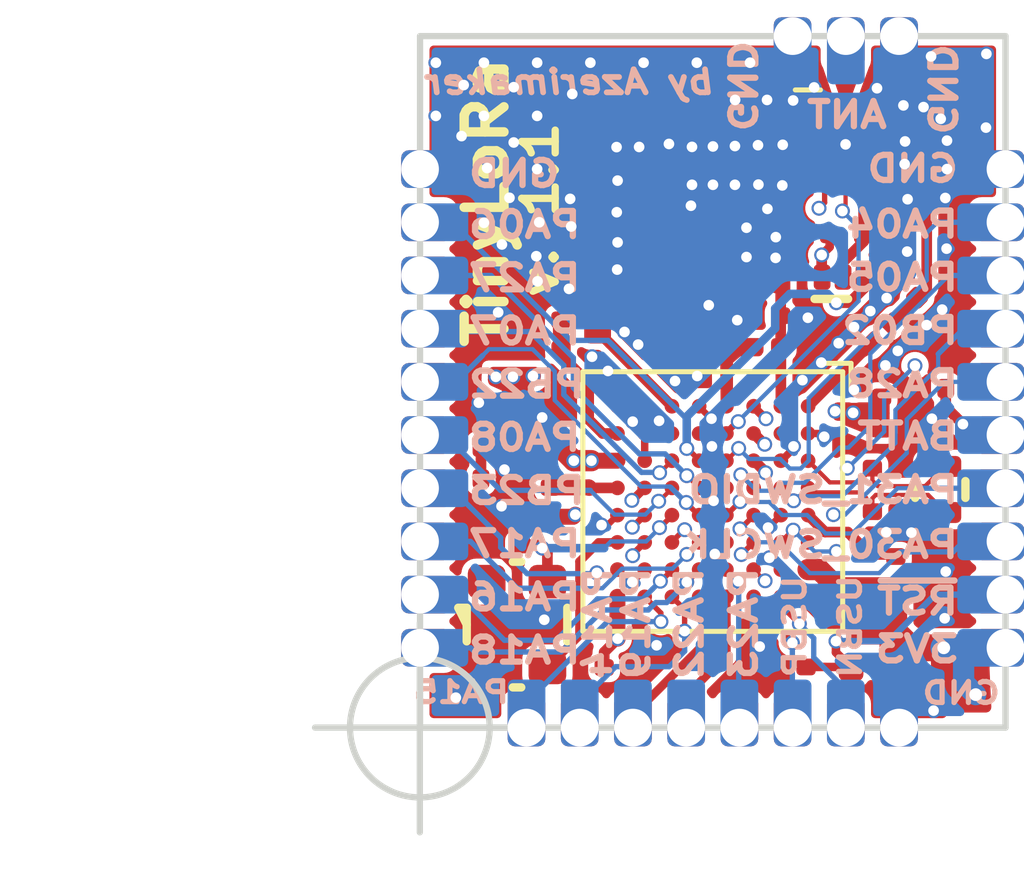
<source format=kicad_pcb>
(kicad_pcb (version 20171130) (host pcbnew "(5.1.2-1)-1")
  (title_block (title "Tiny LoRa Module v1 (TLM01)") (date 2019-03-06) (rev 1.1) (company "MakerTronika Labs") (comment 1 "designed by Orkhan AmirAslan (azerimaker)"))
  (layers (0 Top.RF signal) (1 In1.GND signal) (2 In2.PWR signal) (31 Bottom.LF signal) (34 B.Paste user) (35 F.Paste user) (36 B.SilkS user) (37 F.SilkS user) (38 B.Mask user) (39 F.Mask user) (44 Edge.Cuts user))
  (net 0 "")
  (net 1 VDDA)
  (net 2 GND)
  (net 3 VDD)
  (net 4 "Net-(C7-Pad1)")
  (net 5 "Net-(C9-Pad1)")
  (net 6 "Net-(C14-Pad1)")
  (net 7 ~RESET)
  (net 8 "Net-(C16-Pad2)")
  (net 9 "Net-(C16-Pad1)")
  (net 10 "Net-(C17-Pad2)")
  (net 11 "Net-(C17-Pad1)")
  (net 12 "Net-(C22-Pad1)")
  (net 13 "Net-(C22-Pad2)")
  (net 14 VR_PA)
  (net 15 "Net-(C26-Pad2)")
  (net 16 "Net-(C26-Pad1)")
  (net 17 "Net-(C27-Pad1)")
  (net 18 "Net-(C28-Pad1)")
  (net 19 RFO_HF)
  (net 20 +BATT)
  (net 21 TCXO_PWR)
  (net 22 XIN32)
  (net 23 XOUT32)
  (net 24 ANT_PAD)
  (net 25 PA_BOOST)
  (net 26 RFI_HF)
  (net 27 PA04_S0_UART_TX)
  (net 28 PA05_S0_UART_RX)
  (net 29 PA30_SWDCLK)
  (net 30 PA31_SWDIO)
  (net 31 PB23_S5_SPI_SCK)
  (net 32 PB22_S5_SPI_MOSI)
  (net 33 PB02_S5_SPI_MISO)
  (net 34 PA28_GPIO)
  (net 35 PA27_GPIO)
  (net 36 PA23_S5_SPI_SS)
  (net 37 PA22_GPIO)
  (net 38 PA19_PWM_T0_W3)
  (net 39 PA18_PWM_T0_W2)
  (net 40 PA17_S1_I2C_SCL)
  (net 41 PA16_S1_I2C_SDA)
  (net 42 PA15_GPIO)
  (net 43 PA14_GPIO)
  (net 44 PA08_GPIO)
  (net 45 PA07_ADC7)
  (net 46 PA06_ADC6)
  (net 47 XTA)
  (net 48 BAND_SEL)
  (net 49 TXRX_RF)
  (net 50 USB_N)
  (net 51 USB_P)
  (net 52 "Net-(C34-Pad1)")
  (module Capacitor_SMD:C_0201_0603Metric (layer Top.RF) (at 132.075 84.5 180)
    (fp_text reference C3 hide)
    (fp_text value 100nF)
    (pad 1 smd roundrect (at -0.32 0 180) (size 0.46 0.4) (layers Top.RF F.Mask) (net 3 VDD))
    (pad 2 smd roundrect (at 0.32 0 180) (size 0.46 0.4) (layers Top.RF F.Mask) (net 2 GND))
  )
  (module gkl_time:Oscilator_2.5x2.0 (layer Top.RF) (at 131.6 87.075 270)
    (fp_text reference XC1 hide)
    (fp_text value TYETBCSANF-32.000000)
    (pad 2 smd roundrect (at 1.024999 0.725 270) (size 0.8 0.9) (layers Top.RF F.Paste F.Mask) (net 2 GND))
    (pad 3 smd roundrect (at 1.024999 -0.725 270) (size 0.8 0.9) (layers Top.RF F.Paste F.Mask) (net 47 XTA))
    (pad 1 smd roundrect (at -1.025 0.725 270) (size 0.8 0.9) (layers Top.RF F.Paste F.Mask))
    (pad 4 smd roundrect (at -1.025 -0.725 270) (size 0.8 0.9) (layers Top.RF F.Paste F.Mask) (net 21 TCXO_PWR))
  )
  (module "gkl_time:ABS05_32.768KHz Crystal" (layer Top.RF) (at 141.7 83.85 270)
    (fp_text reference Y1 hide)
    (fp_text value ABS05-32.768KHZ-9-T hide)
    (pad 1 smd roundrect (at -0.55 0 270) (size 0.5 1) (layers Top.RF F.Paste F.Mask) (net 22 XIN32))
    (pad 2 smd roundrect (at 0.55 0 270) (size 0.5 1) (layers Top.RF F.Paste F.Mask) (net 23 XOUT32))
  )
  (module TLM-footprints:TLM-01-module (layer Top.RF) (at 129.286 76.2)
    (fp_text reference U1 hide)
    (fp_text value TLM01)
    (pad 1 thru_hole roundrect (at 0 0) (size 1.2 0.9) (drill 0.9 (offset 0.15 0)) (layers *.Cu *.Mask) (roundrect_rratio 0.2) (net 2 GND))
    (pad 1 connect roundrect (at 0.6 0) (size 0.7 0.9) (drill (offset 0.2 0)) (layers Bottom.LF B.Mask) (roundrect_rratio 0.2) (net 2 GND))
    (pad 2 thru_hole roundrect (at 0 1.27) (size 1.2 0.9) (drill 0.9 (offset 0.15 0)) (layers *.Cu *.Mask) (roundrect_rratio 0.2) (net 46 PA06_ADC6))
    (pad 3 thru_hole roundrect (at 0 2.54) (size 1.2 0.9) (drill 0.9 (offset 0.15 0)) (layers *.Cu *.Mask) (roundrect_rratio 0.2) (net 35 PA27_GPIO))
    (pad 4 thru_hole roundrect (at 0 3.81) (size 1.2 0.9) (drill 0.9 (offset 0.15 0)) (layers *.Cu *.Mask) (roundrect_rratio 0.2) (net 45 PA07_ADC7))
    (pad 5 thru_hole roundrect (at 0 5.08) (size 1.2 0.9) (drill 0.9 (offset 0.15 0)) (layers *.Cu *.Mask) (roundrect_rratio 0.2) (net 32 PB22_S5_SPI_MOSI))
    (pad 6 thru_hole roundrect (at 0 6.35) (size 1.2 0.9) (drill 0.9 (offset 0.15 0)) (layers *.Cu *.Mask) (roundrect_rratio 0.2) (net 44 PA08_GPIO))
    (pad 7 thru_hole roundrect (at 0 7.62) (size 1.2 0.9) (drill 0.9 (offset 0.15 0)) (layers *.Cu *.Mask) (roundrect_rratio 0.2) (net 31 PB23_S5_SPI_SCK))
    (pad 8 thru_hole roundrect (at 0 8.89) (size 1.2 0.9) (drill 0.9 (offset 0.15 0)) (layers *.Cu *.Mask) (roundrect_rratio 0.2) (net 40 PA17_S1_I2C_SCL))
    (pad 9 thru_hole roundrect (at 0 10.16) (size 1.2 0.9) (drill 0.9 (offset 0.15 0)) (layers *.Cu *.Mask) (roundrect_rratio 0.2) (net 41 PA16_S1_I2C_SDA))
    (pad 10 thru_hole roundrect (at 0 11.43) (size 1.2 0.9) (drill 0.9 (offset 0.15 0)) (layers *.Cu *.Mask) (roundrect_rratio 0.2) (net 39 PA18_PWM_T0_W2))
    (pad 2 connect roundrect (at 0.6 1.27) (size 0.7 0.9) (drill (offset 0.2 0)) (layers Bottom.LF B.Mask) (roundrect_rratio 0.2) (net 46 PA06_ADC6))
    (pad 3 connect roundrect (at 0.6 2.54) (size 0.7 0.9) (drill (offset 0.2 0)) (layers Bottom.LF B.Mask) (roundrect_rratio 0.2) (net 35 PA27_GPIO))
    (pad 4 connect roundrect (at 0.6 3.81) (size 0.7 0.9) (drill (offset 0.2 0)) (layers Bottom.LF B.Mask) (roundrect_rratio 0.2) (net 45 PA07_ADC7))
    (pad 5 connect roundrect (at 0.6 5.08) (size 0.7 0.9) (drill (offset 0.2 0)) (layers Bottom.LF B.Mask) (roundrect_rratio 0.2) (net 32 PB22_S5_SPI_MOSI))
    (pad 6 connect roundrect (at 0.6 6.35) (size 0.7 0.9) (drill (offset 0.2 0)) (layers Bottom.LF B.Mask) (roundrect_rratio 0.2) (net 44 PA08_GPIO))
    (pad 7 connect roundrect (at 0.6 7.62) (size 0.7 0.9) (drill (offset 0.2 0)) (layers Bottom.LF B.Mask) (roundrect_rratio 0.2) (net 31 PB23_S5_SPI_SCK))
    (pad 8 connect roundrect (at 0.6 8.89) (size 0.7 0.9) (drill (offset 0.2 0)) (layers Bottom.LF B.Mask) (roundrect_rratio 0.2) (net 40 PA17_S1_I2C_SCL))
    (pad 9 connect roundrect (at 0.6 10.16) (size 0.7 0.9) (drill (offset 0.2 0)) (layers Bottom.LF B.Mask) (roundrect_rratio 0.2) (net 41 PA16_S1_I2C_SDA))
    (pad 10 connect roundrect (at 0.6 11.43) (size 0.7 0.9) (drill (offset 0.2 0)) (layers Bottom.LF B.Mask) (roundrect_rratio 0.2) (net 39 PA18_PWM_T0_W2))
    (pad 28 thru_hole roundrect (at 13.97 0 180) (size 1.2 0.9) (drill 0.9 (offset 0.15 0)) (layers *.Cu *.Mask) (roundrect_rratio 0.2) (net 2 GND))
    (pad 27 thru_hole roundrect (at 13.97 1.27 180) (size 1.2 0.9) (drill 0.9 (offset 0.15 0)) (layers *.Cu *.Mask) (roundrect_rratio 0.2) (net 27 PA04_S0_UART_TX))
    (pad 26 thru_hole roundrect (at 13.97 2.54 180) (size 1.2 0.9) (drill 0.9 (offset 0.15 0)) (layers *.Cu *.Mask) (roundrect_rratio 0.2) (net 28 PA05_S0_UART_RX))
    (pad 25 thru_hole roundrect (at 13.97 3.81 180) (size 1.2 0.9) (drill 0.9 (offset 0.15 0)) (layers *.Cu *.Mask) (roundrect_rratio 0.2) (net 33 PB02_S5_SPI_MISO))
    (pad 24 thru_hole roundrect (at 13.97 5.08 180) (size 1.2 0.9) (drill 0.9 (offset 0.15 0)) (layers *.Cu *.Mask) (roundrect_rratio 0.2) (net 34 PA28_GPIO))
    (pad 23 thru_hole roundrect (at 13.97 6.35 180) (size 1.2 0.9) (drill 0.9 (offset 0.15 0)) (layers *.Cu *.Mask) (roundrect_rratio 0.2) (net 20 +BATT))
    (pad 22 thru_hole roundrect (at 13.97 7.62 180) (size 1.2 0.9) (drill 0.9 (offset 0.15 0)) (layers *.Cu *.Mask) (roundrect_rratio 0.2) (net 30 PA31_SWDIO))
    (pad 21 thru_hole roundrect (at 13.97 8.89 180) (size 1.2 0.9) (drill 0.9 (offset 0.15 0)) (layers *.Cu *.Mask) (roundrect_rratio 0.2) (net 29 PA30_SWDCLK))
    (pad 20 thru_hole roundrect (at 13.97 10.16 180) (size 1.2 0.9) (drill 0.9 (offset 0.15 0)) (layers *.Cu *.Mask) (roundrect_rratio 0.2) (net 7 ~RESET))
    (pad 19 thru_hole roundrect (at 13.97 11.43 180) (size 1.2 0.9) (drill 0.9 (offset 0.15 0)) (layers *.Cu *.Mask) (roundrect_rratio 0.2) (net 3 VDD))
    (pad 11 thru_hole roundrect (at 2.54 13.335 90) (size 1.2 0.9) (drill 0.9 (offset 0.15 0)) (layers *.Cu *.Mask) (roundrect_rratio 0.2) (net 42 PA15_GPIO))
    (pad 12 thru_hole roundrect (at 3.81 13.335 90) (size 1.2 0.9) (drill 0.9 (offset 0.15 0)) (layers *.Cu *.Mask) (roundrect_rratio 0.2) (net 43 PA14_GPIO))
    (pad 13 thru_hole roundrect (at 5.08 13.335 90) (size 1.2 0.9) (drill 0.9 (offset 0.15 0)) (layers *.Cu *.Mask) (roundrect_rratio 0.2) (net 38 PA19_PWM_T0_W3))
    (pad 14 thru_hole roundrect (at 6.35 13.335 90) (size 1.2 0.9) (drill 0.9 (offset 0.15 0)) (layers *.Cu *.Mask) (roundrect_rratio 0.2) (net 37 PA22_GPIO))
    (pad 15 thru_hole roundrect (at 7.62 13.335 90) (size 1.2 0.9) (drill 0.9 (offset 0.15 0)) (layers *.Cu *.Mask) (roundrect_rratio 0.2) (net 36 PA23_S5_SPI_SS))
    (pad 16 thru_hole roundrect (at 8.89 13.335 90) (size 1.2 0.9) (drill 0.9 (offset 0.15 0)) (layers *.Cu *.Mask) (roundrect_rratio 0.2) (net 51 USB_P))
    (pad 17 thru_hole roundrect (at 10.16 13.335 90) (size 1.2 0.9) (drill 0.9 (offset 0.15 0)) (layers *.Cu *.Mask) (roundrect_rratio 0.2) (net 50 USB_N))
    (pad 18 thru_hole roundrect (at 11.43 13.335 90) (size 1.2 0.9) (drill 0.9 (offset 0.15 0)) (layers *.Cu *.Mask) (roundrect_rratio 0.2) (net 2 GND))
    (pad 11 connect roundrect (at 2.54 12.7381 90) (size 0.7 0.9) (drill (offset 0.2 0)) (layers Bottom.LF B.Mask) (roundrect_rratio 0.2) (net 42 PA15_GPIO))
    (pad 12 connect roundrect (at 3.81 12.7381 90) (size 0.7 0.9) (drill (offset 0.2 0)) (layers Bottom.LF B.Mask) (roundrect_rratio 0.2) (net 43 PA14_GPIO))
    (pad 13 connect roundrect (at 5.08 12.7381 90) (size 0.7 0.9) (drill (offset 0.2 0)) (layers Bottom.LF B.Mask) (roundrect_rratio 0.2) (net 38 PA19_PWM_T0_W3))
    (pad 14 connect roundrect (at 6.35 12.7381 90) (size 0.7 0.9) (drill (offset 0.2 0)) (layers Bottom.LF B.Mask) (roundrect_rratio 0.2) (net 37 PA22_GPIO))
    (pad 15 connect roundrect (at 7.62 12.7381 90) (size 0.7 0.9) (drill (offset 0.2 0)) (layers Bottom.LF B.Mask) (roundrect_rratio 0.2) (net 36 PA23_S5_SPI_SS))
    (pad 16 connect roundrect (at 8.89 12.7381 90) (size 0.7 0.9) (drill (offset 0.2 0)) (layers Bottom.LF B.Mask) (roundrect_rratio 0.2) (net 51 USB_P))
    (pad 17 connect roundrect (at 10.16 12.7381 90) (size 0.7 0.9) (drill (offset 0.2 0)) (layers Bottom.LF B.Mask) (roundrect_rratio 0.2) (net 50 USB_N))
    (pad 18 connect roundrect (at 11.43 12.7381 90) (size 0.7 0.9) (drill (offset 0.2 0)) (layers Bottom.LF B.Mask) (roundrect_rratio 0.2) (net 2 GND))
    (pad 19 connect roundrect (at 12.97 11.43) (size 0.7 0.9) (drill (offset 0.2 0)) (layers Bottom.LF B.Mask) (roundrect_rratio 0.2) (net 3 VDD))
    (pad 20 connect roundrect (at 12.97 10.16) (size 0.7 0.9) (drill (offset 0.2 0)) (layers Bottom.LF B.Mask) (roundrect_rratio 0.2) (net 7 ~RESET))
    (pad 21 connect roundrect (at 12.97 8.89) (size 0.7 0.9) (drill (offset 0.2 0)) (layers Bottom.LF B.Mask) (roundrect_rratio 0.2) (net 29 PA30_SWDCLK))
    (pad 22 connect roundrect (at 12.97 7.62) (size 0.7 0.9) (drill (offset 0.2 0)) (layers Bottom.LF B.Mask) (roundrect_rratio 0.2) (net 30 PA31_SWDIO))
    (pad 23 connect roundrect (at 12.97 6.35) (size 0.7 0.9) (drill (offset 0.2 0)) (layers Bottom.LF B.Mask) (roundrect_rratio 0.2) (net 20 +BATT))
    (pad 24 connect roundrect (at 12.97 5.08) (size 0.7 0.9) (drill (offset 0.2 0)) (layers Bottom.LF B.Mask) (roundrect_rratio 0.2) (net 34 PA28_GPIO))
    (pad 25 connect roundrect (at 12.97 3.81) (size 0.7 0.9) (drill (offset 0.2 0)) (layers Bottom.LF B.Mask) (roundrect_rratio 0.2) (net 33 PB02_S5_SPI_MISO))
    (pad 26 connect roundrect (at 12.97 2.54) (size 0.7 0.9) (drill (offset 0.2 0)) (layers Bottom.LF B.Mask) (roundrect_rratio 0.2) (net 28 PA05_S0_UART_RX))
    (pad 27 connect roundrect (at 12.97 1.27) (size 0.7 0.9) (drill (offset 0.2 0)) (layers Bottom.LF B.Mask) (roundrect_rratio 0.2) (net 27 PA04_S0_UART_TX))
    (pad 28 connect roundrect (at 12.97 0) (size 0.7 0.9) (drill (offset 0.2 0)) (layers Bottom.LF B.Mask) (roundrect_rratio 0.2) (net 2 GND))
    (pad 31 connect roundrect (at 8.89 -2.175 90) (size 0.7 0.9) (drill (offset 0.2 0)) (layers Bottom.LF B.Mask) (roundrect_rratio 0.2) (net 2 GND))
    (pad 30 connect roundrect (at 10.16 -2.175 90) (size 0.7 0.9) (drill (offset 0.2 0)) (layers Bottom.LF B.Mask) (roundrect_rratio 0.2) (net 24 ANT_PAD))
    (pad 29 connect roundrect (at 11.43 -2.175 90) (size 0.7 0.9) (drill (offset 0.2 0)) (layers Bottom.LF B.Mask) (roundrect_rratio 0.2) (net 2 GND))
    (pad 31 thru_hole roundrect (at 8.89 -3.175 270) (size 1.2 0.9) (drill 0.9 (offset 0.15 0)) (layers *.Cu *.Mask) (roundrect_rratio 0.2) (net 2 GND))
    (pad 30 thru_hole roundrect (at 10.16 -3.175 270) (size 1.2 0.9) (drill 0.9 (offset 0.15 0)) (layers *.Cu *.Mask) (roundrect_rratio 0.2) (net 24 ANT_PAD))
    (pad 29 thru_hole roundrect (at 11.43 -3.175 270) (size 1.2 0.9) (drill 0.9 (offset 0.15 0)) (layers *.Cu *.Mask) (roundrect_rratio 0.2) (net 2 GND))
  )
  (module Capacitor_SMD:C_0402_1005Metric (layer Top.RF) (at 132.61 82.23 90)
    (fp_text reference C1 hide)
    (fp_text value 10uF)
    (pad 1 smd roundrect (at -0.485 0 90) (size 0.59 0.64) (layers Top.RF F.Paste F.Mask) (net 1 VDDA))
    (pad 2 smd roundrect (at 0.485 0 90) (size 0.59 0.64) (layers Top.RF F.Paste F.Mask) (net 2 GND))
  )
  (module Capacitor_SMD:C_0201_0603Metric (layer Top.RF) (at 130.74 82.52 90)
    (fp_text reference C2 hide)
    (fp_text value 100nF)
    (pad 1 smd roundrect (at -0.32 0 90) (size 0.46 0.4) (layers Top.RF F.Mask) (net 1 VDDA))
    (pad 2 smd roundrect (at 0.32 0 90) (size 0.46 0.4) (layers Top.RF F.Mask) (net 2 GND))
  )
  (module Capacitor_SMD:C_0201_0603Metric (layer Top.RF) (at 140.975 86.2 180)
    (fp_text reference C4 hide)
    (fp_text value 100nF)
    (pad 1 smd roundrect (at -0.32 0 180) (size 0.46 0.4) (layers Top.RF F.Mask) (net 2 GND))
    (pad 2 smd roundrect (at 0.32 0 180) (size 0.46 0.4) (layers Top.RF F.Mask) (net 3 VDD))
  )
  (module Capacitor_SMD:C_0201_0603Metric (layer Top.RF) (at 140.975 86.925)
    (fp_text reference C5 hide)
    (fp_text value 100nF)
    (pad 2 smd roundrect (at 0.32 0) (size 0.46 0.4) (layers Top.RF F.Mask) (net 2 GND))
    (pad 1 smd roundrect (at -0.32 0) (size 0.46 0.4) (layers Top.RF F.Mask) (net 3 VDD))
  )
  (module Capacitor_SMD:C_0201_0603Metric (layer Top.RF) (at 130.74 83.92 270)
    (fp_text reference C6 hide)
    (fp_text value 100nF)
    (pad 1 smd roundrect (at -0.32 0 270) (size 0.46 0.4) (layers Top.RF F.Mask) (net 1 VDDA))
    (pad 2 smd roundrect (at 0.32 0 270) (size 0.46 0.4) (layers Top.RF F.Mask) (net 2 GND))
  )
  (module Capacitor_SMD:C_0201_0603Metric (layer Top.RF) (at 132.33 80.5 180)
    (fp_text reference C7 hide)
    (fp_text value 33pF)
    (pad 1 smd roundrect (at -0.32 0 180) (size 0.46 0.4) (layers Top.RF F.Mask) (net 4 "Net-(C7-Pad1)"))
    (pad 2 smd roundrect (at 0.32 0 180) (size 0.46 0.4) (layers Top.RF F.Mask) (net 2 GND))
  )
  (module Capacitor_SMD:C_0201_0603Metric (layer Top.RF) (at 132.327 79.8 180)
    (fp_text reference C8 hide)
    (fp_text value 100nF)
    (pad 2 smd roundrect (at 0.32 0 180) (size 0.46 0.4) (layers Top.RF F.Mask) (net 2 GND))
    (pad 1 smd roundrect (at -0.32 0 180) (size 0.46 0.4) (layers Top.RF F.Mask) (net 4 "Net-(C7-Pad1)"))
  )
  (module Capacitor_SMD:C_0201_0603Metric (layer Top.RF) (at 132.075 83.8 180)
    (fp_text reference C9 hide)
    (fp_text value 100nF)
    (pad 1 smd roundrect (at -0.32 0 180) (size 0.46 0.4) (layers Top.RF F.Mask) (net 5 "Net-(C9-Pad1)"))
    (pad 2 smd roundrect (at 0.32 0 180) (size 0.46 0.4) (layers Top.RF F.Mask) (net 2 GND))
  )
  (module Capacitor_SMD:C_0201_0603Metric (layer Top.RF) (at 138.74 77.77 180)
    (fp_text reference C10 hide)
    (fp_text value 100nF)
    (pad 1 smd roundrect (at -0.32 0 180) (size 0.46 0.4) (layers Top.RF F.Mask) (net 1 VDDA))
    (pad 2 smd roundrect (at 0.32 0 180) (size 0.46 0.4) (layers Top.RF F.Mask) (net 2 GND))
  )
  (module Capacitor_SMD:C_0201_0603Metric (layer Top.RF) (at 140.62 81.64)
    (fp_text reference C11 hide)
    (fp_text value 100nF)
    (pad 1 smd roundrect (at -0.32 0) (size 0.46 0.4) (layers Top.RF F.Mask) (net 1 VDDA))
    (pad 2 smd roundrect (at 0.32 0) (size 0.46 0.4) (layers Top.RF F.Mask) (net 2 GND))
  )
  (module Capacitor_SMD:C_0201_0603Metric (layer Top.RF) (at 140.62 82.41)
    (fp_text reference C12 hide)
    (fp_text value 4.7pF)
    (pad 1 smd roundrect (at -0.32 0) (size 0.46 0.4) (layers Top.RF F.Mask) (net 1 VDDA))
    (pad 2 smd roundrect (at 0.32 0) (size 0.46 0.4) (layers Top.RF F.Mask) (net 2 GND))
  )
  (module Capacitor_SMD:C_0201_0603Metric (layer Top.RF) (at 134 88.1 180)
    (fp_text reference C13 hide)
    (fp_text value 100nF)
    (pad 2 smd roundrect (at 0.32 0 180) (size 0.46 0.4) (layers Top.RF F.Mask) (net 3 VDD))
    (pad 1 smd roundrect (at -0.32 0 180) (size 0.46 0.4) (layers Top.RF F.Mask) (net 2 GND))
  )
  (module Capacitor_SMD:C_0201_0603Metric (layer Top.RF) (at 140.96 85.45)
    (fp_text reference C14 hide)
    (fp_text value 100nF)
    (pad 2 smd roundrect (at 0.32 0) (size 0.46 0.4) (layers Top.RF F.Mask) (net 2 GND))
    (pad 1 smd roundrect (at -0.32 0) (size 0.46 0.4) (layers Top.RF F.Mask) (net 6 "Net-(C14-Pad1)"))
  )
  (module Capacitor_SMD:C_0201_0603Metric (layer Top.RF) (at 138.176 88.0872 180)
    (fp_text reference C15 hide)
    (fp_text value 100nF)
    (pad 2 smd roundrect (at 0.32 0 180) (size 0.46 0.4) (layers Top.RF F.Mask) (net 2 GND))
    (pad 1 smd roundrect (at -0.32 0 180) (size 0.46 0.4) (layers Top.RF F.Mask) (net 7 ~RESET))
  )
  (module Capacitor_SMD:C_0201_0603Metric (layer Top.RF) (at 135.23468 74.3966 180)
    (fp_text reference C16 hide)
    (fp_text value DNM)
    (pad 2 smd roundrect (at 0.32 0 180) (size 0.46 0.4) (layers Top.RF F.Mask) (net 8 "Net-(C16-Pad2)"))
    (pad 1 smd roundrect (at -0.32 0 180) (size 0.46 0.4) (layers Top.RF F.Mask) (net 9 "Net-(C16-Pad1)"))
  )
  (module Capacitor_SMD:C_0201_0603Metric (layer Top.RF) (at 133.5278 77.23124 270)
    (fp_text reference C17 hide)
    (fp_text value 18pF)
    (pad 2 smd roundrect (at 0.32 0 270) (size 0.46 0.4) (layers Top.RF F.Mask) (net 10 "Net-(C17-Pad2)"))
    (pad 1 smd roundrect (at -0.32 0 270) (size 0.46 0.4) (layers Top.RF F.Mask) (net 11 "Net-(C17-Pad1)"))
  )
  (module Capacitor_SMD:C_0201_0603Metric (layer Top.RF) (at 133.1976 78.27264 180)
    (fp_text reference C18 hide)
    (fp_text value 3.9pF)
    (pad 2 smd roundrect (at 0.32 0 180) (size 0.46 0.4) (layers Top.RF F.Mask) (net 2 GND))
    (pad 1 smd roundrect (at -0.32 0 180) (size 0.46 0.4) (layers Top.RF F.Mask) (net 10 "Net-(C17-Pad2)"))
  )
  (module Capacitor_SMD:C_0201_0603Metric (layer Top.RF) (at 133.1722 76.07808 180)
    (fp_text reference C19 hide)
    (fp_text value 3.3pF)
    (pad 2 smd roundrect (at 0.32 0 180) (size 0.46 0.4) (layers Top.RF F.Mask) (net 2 GND))
    (pad 1 smd roundrect (at -0.32 0 180) (size 0.46 0.4) (layers Top.RF F.Mask) (net 11 "Net-(C17-Pad1)"))
  )
  (module Capacitor_SMD:C_0201_0603Metric (layer Top.RF) (at 133.81228 74.3966 180)
    (fp_text reference C20 hide)
    (fp_text value 5.6pF)
    (pad 1 smd roundrect (at -0.32 0 180) (size 0.46 0.4) (layers Top.RF F.Mask) (net 8 "Net-(C16-Pad2)"))
    (pad 2 smd roundrect (at 0.32 0 180) (size 0.46 0.4) (layers Top.RF F.Mask) (net 2 GND))
  )
  (module Capacitor_SMD:C_0201_0603Metric (layer Top.RF) (at 136.30148 74.7903 90)
    (fp_text reference C21 hide)
    (fp_text value 3.3pF)
    (pad 2 smd roundrect (at 0.32 0 90) (size 0.46 0.4) (layers Top.RF F.Mask) (net 2 GND))
    (pad 1 smd roundrect (at -0.32 0 90) (size 0.46 0.4) (layers Top.RF F.Mask) (net 9 "Net-(C16-Pad1)"))
  )
  (module Capacitor_SMD:C_0201_0603Metric (layer Top.RF) (at 141.3764 76.2 90)
    (fp_text reference C22 hide)
    (fp_text value 47pF)
    (pad 1 smd roundrect (at -0.32 0 90) (size 0.46 0.4) (layers Top.RF F.Mask) (net 12 "Net-(C22-Pad1)"))
    (pad 2 smd roundrect (at 0.32 0 90) (size 0.46 0.4) (layers Top.RF F.Mask) (net 13 "Net-(C22-Pad2)"))
  )
  (module Capacitor_SMD:C_0201_0603Metric (layer Top.RF) (at 140.9192 79.0448 135)
    (fp_text reference C23 hide)
    (fp_text value 2.7pF)
    (pad 2 smd roundrect (at 0.32 0 135) (size 0.46 0.4) (layers Top.RF F.Mask) (net 2 GND))
    (pad 1 smd roundrect (at -0.32 0 135) (size 0.46 0.4) (layers Top.RF F.Mask) (net 12 "Net-(C22-Pad1)"))
  )
  (module Capacitor_SMD:C_0201_0603Metric (layer Top.RF) (at 136.511 80.12 90)
    (fp_text reference C24 hide)
    (fp_text value DNM)
    (pad 1 smd roundrect (at -0.32 0 90) (size 0.46 0.4) (layers Top.RF F.Mask) (net 14 VR_PA))
    (pad 2 smd roundrect (at 0.32 0 90) (size 0.46 0.4) (layers Top.RF F.Mask) (net 2 GND))
  )
  (module Capacitor_SMD:C_0201_0603Metric (layer Top.RF) (at 135.7998 80.12 90)
    (fp_text reference C25 hide)
    (fp_text value 4.7nF)
    (pad 2 smd roundrect (at 0.32 0 90) (size 0.46 0.4) (layers Top.RF F.Mask) (net 2 GND))
    (pad 1 smd roundrect (at -0.32 0 90) (size 0.46 0.4) (layers Top.RF F.Mask) (net 14 VR_PA))
  )
  (module Capacitor_SMD:C_0201_0603Metric (layer Top.RF) (at 134.45236 78.6384 270)
    (fp_text reference C26 hide)
    (fp_text value DNM)
    (pad 2 smd roundrect (at 0.32 0 270) (size 0.46 0.4) (layers Top.RF F.Mask) (net 15 "Net-(C26-Pad2)"))
    (pad 1 smd roundrect (at -0.32 0 270) (size 0.46 0.4) (layers Top.RF F.Mask) (net 16 "Net-(C26-Pad1)"))
  )
  (module Capacitor_SMD:C_0201_0603Metric (layer Top.RF) (at 134.45236 77.25156 270)
    (fp_text reference C27 hide)
    (fp_text value DNM)
    (pad 2 smd roundrect (at 0.32 0 270) (size 0.46 0.4) (layers Top.RF F.Mask) (net 16 "Net-(C26-Pad1)"))
    (pad 1 smd roundrect (at -0.32 0 270) (size 0.46 0.4) (layers Top.RF F.Mask) (net 17 "Net-(C27-Pad1)"))
  )
  (module Capacitor_SMD:C_0201_0603Metric (layer Top.RF) (at 137.5716 78.9643)
    (fp_text reference C28 hide)
    (fp_text value 22pF)
    (pad 1 smd roundrect (at -0.32 0) (size 0.46 0.4) (layers Top.RF F.Mask) (net 18 "Net-(C28-Pad1)"))
    (pad 2 smd roundrect (at 0.32 0) (size 0.46 0.4) (layers Top.RF F.Mask) (net 19 RFO_HF))
  )
  (module Capacitor_SMD:C_0201_0603Metric (layer Top.RF) (at 137.5716 79.7009 180)
    (fp_text reference C29 hide)
    (fp_text value 3.9pF)
    (pad 2 smd roundrect (at 0.32 0 180) (size 0.46 0.4) (layers Top.RF F.Mask) (net 2 GND))
    (pad 1 smd roundrect (at -0.32 0 180) (size 0.46 0.4) (layers Top.RF F.Mask) (net 19 RFO_HF))
  )
  (module Capacitor_SMD:C_0201_0603Metric (layer Top.RF) (at 136.16432 78.2828)
    (fp_text reference C30 hide)
    (fp_text value 8.2pF)
    (pad 1 smd roundrect (at -0.32 0) (size 0.46 0.4) (layers Top.RF F.Mask) (net 15 "Net-(C26-Pad2)"))
    (pad 2 smd roundrect (at 0.32 0) (size 0.46 0.4) (layers Top.RF F.Mask) (net 2 GND))
  )
  (module Capacitor_SMD:C_0201_0603Metric (layer Top.RF) (at 136.16432 77.58684)
    (fp_text reference C31 hide)
    (fp_text value 5.6pF)
    (pad 2 smd roundrect (at 0.32 0) (size 0.46 0.4) (layers Top.RF F.Mask) (net 2 GND))
    (pad 1 smd roundrect (at -0.32 0) (size 0.46 0.4) (layers Top.RF F.Mask) (net 16 "Net-(C26-Pad1)"))
  )
  (module Capacitor_SMD:C_0201_0603Metric (layer Top.RF) (at 134.83336 76.10348 180)
    (fp_text reference C32 hide)
    (fp_text value 3.3pF)
    (pad 1 smd roundrect (at -0.32 0 180) (size 0.46 0.4) (layers Top.RF F.Mask) (net 17 "Net-(C27-Pad1)"))
    (pad 2 smd roundrect (at 0.32 0 180) (size 0.46 0.4) (layers Top.RF F.Mask) (net 2 GND))
  )
  (module Capacitor_SMD:C_0201_0603Metric (layer Top.RF) (at 141.83 81.12 90)
    (fp_text reference C33 hide)
    (fp_text value 4.7pF)
    (pad 1 smd roundrect (at -0.32 0 90) (size 0.46 0.4) (layers Top.RF F.Mask) (net 20 +BATT))
    (pad 2 smd roundrect (at 0.32 0 90) (size 0.46 0.4) (layers Top.RF F.Mask) (net 2 GND))
  )
  (module Capacitor_SMD:C_0201_0603Metric (layer Top.RF) (at 140.19 77.77)
    (fp_text reference C34 hide)
    (fp_text value 1nF)
    (pad 2 smd roundrect (at 0.32 0) (size 0.46 0.4) (layers Top.RF F.Mask) (net 2 GND))
    (pad 1 smd roundrect (at -0.32 0) (size 0.46 0.4) (layers Top.RF F.Mask) (net 52 "Net-(C34-Pad1)"))
  )
  (module Capacitor_SMD:C_0201_0603Metric (layer Top.RF) (at 131.375 85.175 180)
    (fp_text reference C35 hide)
    (fp_text value 100nF)
    (pad 1 smd roundrect (at -0.32 0 180) (size 0.46 0.4) (layers Top.RF F.Mask) (net 21 TCXO_PWR))
    (pad 2 smd roundrect (at 0.32 0 180) (size 0.46 0.4) (layers Top.RF F.Mask) (net 2 GND))
  )
  (module Capacitor_SMD:C_0201_0603Metric (layer Top.RF) (at 140.4 83.34)
    (fp_text reference C36 hide)
    (fp_text value 10pF)
    (pad 2 smd roundrect (at 0.32 0) (size 0.46 0.4) (layers Top.RF F.Mask) (net 2 GND))
    (pad 1 smd roundrect (at -0.32 0) (size 0.46 0.4) (layers Top.RF F.Mask) (net 22 XIN32))
  )
  (module Capacitor_SMD:C_0201_0603Metric (layer Top.RF) (at 140.4 84.38)
    (fp_text reference C37 hide)
    (fp_text value 10pF)
    (pad 1 smd roundrect (at -0.32 0) (size 0.46 0.4) (layers Top.RF F.Mask) (net 23 XOUT32))
    (pad 2 smd roundrect (at 0.32 0) (size 0.46 0.4) (layers Top.RF F.Mask) (net 2 GND))
  )
  (module Inductor_SMD:L_0402_1005Metric (layer Top.RF) (at 131.56 82.23 90)
    (fp_text reference FB1 hide)
    (fp_text value BLM15AG121SN1D)
    (pad 1 smd roundrect (at -0.485 0 90) (size 0.59 0.64) (layers Top.RF F.Paste F.Mask) (net 1 VDDA))
    (pad 2 smd roundrect (at 0.485 0 90) (size 0.59 0.64) (layers Top.RF F.Paste F.Mask) (net 3 VDD))
  )
  (module Inductor_SMD:L_0201_0603Metric (layer Top.RF) (at 133.83768 75.1332)
    (fp_text reference L4 hide)
    (fp_text value 10nH)
    (pad 1 smd roundrect (at -0.32 0) (size 0.46 0.4) (layers Top.RF F.Mask) (net 11 "Net-(C17-Pad1)"))
    (pad 2 smd roundrect (at 0.32 0) (size 0.46 0.4) (layers Top.RF F.Mask) (net 8 "Net-(C16-Pad2)"))
  )
  (module Inductor_SMD:L_0201_0603Metric (layer Top.RF) (at 135.23468 75.1332)
    (fp_text reference L5 hide)
    (fp_text value 10nH)
    (pad 2 smd roundrect (at 0.32 0) (size 0.46 0.4) (layers Top.RF F.Mask) (net 9 "Net-(C16-Pad1)"))
    (pad 1 smd roundrect (at -0.32 0) (size 0.46 0.4) (layers Top.RF F.Mask) (net 8 "Net-(C16-Pad2)"))
  )
  (module Inductor_SMD:L_0201_0603Metric (layer Top.RF) (at 135.114 80.12 270)
    (fp_text reference L6 hide)
    (fp_text value 33nH)
    (pad 2 smd roundrect (at 0.32 0 270) (size 0.46 0.4) (layers Top.RF F.Mask) (net 14 VR_PA))
    (pad 1 smd roundrect (at -0.32 0 270) (size 0.46 0.4) (layers Top.RF F.Mask) (net 10 "Net-(C17-Pad2)"))
  )
  (module Inductor_SMD:L_0201_0603Metric (layer Top.RF) (at 140.31723 80.10397 225)
    (fp_text reference L7 hide)
    (fp_text value 10nH)
    (pad 1 smd roundrect (at -0.32 0 225) (size 0.46 0.4) (layers Top.RF F.Mask) (net 12 "Net-(C22-Pad1)"))
    (pad 2 smd roundrect (at 0.32 0 225) (size 0.46 0.4) (layers Top.RF F.Mask) (net 26 RFI_HF))
  )
  (module Inductor_SMD:L_0201_0603Metric (layer Top.RF) (at 137.5716 80.4375)
    (fp_text reference L8 hide)
    (fp_text value 33nH)
    (pad 1 smd roundrect (at -0.32 0) (size 0.46 0.4) (layers Top.RF F.Mask) (net 14 VR_PA))
    (pad 2 smd roundrect (at 0.32 0) (size 0.46 0.4) (layers Top.RF F.Mask) (net 19 RFO_HF))
  )
  (module Inductor_SMD:L_0201_0603Metric (layer Top.RF) (at 136.1694 78.9643 180)
    (fp_text reference L9 hide)
    (fp_text value 11nH)
    (pad 2 smd roundrect (at 0.32 0 180) (size 0.46 0.4) (layers Top.RF F.Mask) (net 15 "Net-(C26-Pad2)"))
    (pad 1 smd roundrect (at -0.32 0 180) (size 0.46 0.4) (layers Top.RF F.Mask) (net 18 "Net-(C28-Pad1)"))
  )
  (module Inductor_SMD:L_0201_0603Metric (layer Top.RF) (at 135.14832 78.6384 90)
    (fp_text reference L10 hide)
    (fp_text value 10nH)
    (pad 1 smd roundrect (at -0.32 0 90) (size 0.46 0.4) (layers Top.RF F.Mask) (net 15 "Net-(C26-Pad2)"))
    (pad 2 smd roundrect (at 0.32 0 90) (size 0.46 0.4) (layers Top.RF F.Mask) (net 16 "Net-(C26-Pad1)"))
  )
  (module Inductor_SMD:L_0201_0603Metric (layer Top.RF) (at 135.14832 77.24648 90)
    (fp_text reference L11 hide)
    (fp_text value 10nH)
    (pad 2 smd roundrect (at 0.32 0 90) (size 0.46 0.4) (layers Top.RF F.Mask) (net 17 "Net-(C27-Pad1)"))
    (pad 1 smd roundrect (at -0.32 0 90) (size 0.46 0.4) (layers Top.RF F.Mask) (net 16 "Net-(C26-Pad1)"))
  )
  (module Resistor_SMD:R_0402_1005Metric (layer Top.RF) (at 140.0556 88.1 180)
    (fp_text reference R1 hide)
    (fp_text value 100K)
    (pad 1 smd roundrect (at -0.485 0 180) (size 0.59 0.64) (layers Top.RF F.Paste F.Mask) (net 3 VDD))
    (pad 2 smd roundrect (at 0.485 0 180) (size 0.59 0.64) (layers Top.RF F.Paste F.Mask) (net 7 ~RESET))
  )
  (module gkl_housings_bga:TFBGA-64_6.0x6.0mm_Layout8x8_P0.65mm (layer Top.RF) (at 136.271 84.1375 270)
    (fp_text reference U2 hide)
    (fp_text value ATSAMR34J18B)
    (pad H8 smd circle (at 2.275 2.275 270) (size 0.35 0.35) (layers Top.RF F.Paste F.Mask) (net 3 VDD))
    (pad G8 smd circle (at 2.275 1.625 270) (size 0.35 0.35) (layers Top.RF F.Paste F.Mask) (net 42 PA15_GPIO))
    (pad F8 smd circle (at 2.275 0.975 270) (size 0.35 0.35) (layers Top.RF F.Paste F.Mask) (net 43 PA14_GPIO))
    (pad E8 smd circle (at 2.275 0.325 270) (size 0.35 0.35) (layers Top.RF F.Paste F.Mask) (net 38 PA19_PWM_T0_W3))
    (pad D8 smd circle (at 2.275 -0.325 270) (size 0.35 0.35) (layers Top.RF F.Paste F.Mask) (net 37 PA22_GPIO))
    (pad C8 smd circle (at 2.275 -0.975 270) (size 0.35 0.35) (layers Top.RF F.Paste F.Mask) (net 51 USB_P))
    (pad B8 smd circle (at 2.275 -1.625 270) (size 0.35 0.35) (layers Top.RF F.Paste F.Mask) (net 50 USB_N))
    (pad A8 smd circle (at 2.275 -2.275 270) (size 0.35 0.35) (layers Top.RF F.Paste F.Mask) (net 3 VDD))
    (pad H7 smd circle (at 1.625 2.275 270) (size 0.35 0.35) (layers Top.RF F.Paste F.Mask))
    (pad G7 smd circle (at 1.625 1.625 270) (size 0.35 0.35) (layers Top.RF F.Paste F.Mask) (net 2 GND))
    (pad F7 smd circle (at 1.625 0.975 270) (size 0.35 0.35) (layers Top.RF F.Paste F.Mask) (net 41 PA16_S1_I2C_SDA))
    (pad E7 smd circle (at 1.625 0.325 270) (size 0.35 0.35) (layers Top.RF F.Paste F.Mask) (net 39 PA18_PWM_T0_W2))
    (pad D7 smd circle (at 1.625 -0.325 270) (size 0.35 0.35) (layers Top.RF F.Paste F.Mask) (net 36 PA23_S5_SPI_SS))
    (pad C7 smd circle (at 1.625 -0.975 270) (size 0.35 0.35) (layers Top.RF F.Paste F.Mask) (net 31 PB23_S5_SPI_SCK))
    (pad B7 smd circle (at 1.625 -1.625 270) (size 0.35 0.35) (layers Top.RF F.Paste F.Mask) (net 2 GND))
    (pad A7 smd circle (at 1.625 -2.275 270) (size 0.35 0.35) (layers Top.RF F.Paste F.Mask) (net 3 VDD))
    (pad H6 smd circle (at 0.975 2.275 270) (size 0.35 0.35) (layers Top.RF F.Paste F.Mask) (net 47 XTA))
    (pad G6 smd circle (at 0.975 1.625 270) (size 0.35 0.35) (layers Top.RF F.Paste F.Mask) (net 2 GND))
    (pad F6 smd circle (at 0.975 0.975 270) (size 0.35 0.35) (layers Top.RF F.Paste F.Mask) (net 48 BAND_SEL))
    (pad E6 smd circle (at 0.975 0.325 270) (size 0.35 0.35) (layers Top.RF F.Paste F.Mask) (net 40 PA17_S1_I2C_SCL))
    (pad D6 smd circle (at 0.975 -0.325 270) (size 0.35 0.35) (layers Top.RF F.Paste F.Mask) (net 2 GND))
    (pad C6 smd circle (at 0.975 -0.975 270) (size 0.35 0.35) (layers Top.RF F.Paste F.Mask) (net 34 PA28_GPIO))
    (pad B6 smd circle (at 0.975 -1.625 270) (size 0.35 0.35) (layers Top.RF F.Paste F.Mask) (net 7 ~RESET))
    (pad A6 smd circle (at 0.975 -2.275 270) (size 0.35 0.35) (layers Top.RF F.Paste F.Mask))
    (pad H5 smd circle (at 0.325 2.275 270) (size 0.35 0.35) (layers Top.RF F.Paste F.Mask) (net 2 GND))
    (pad G5 smd circle (at 0.325 1.625 270) (size 0.35 0.35) (layers Top.RF F.Paste F.Mask) (net 2 GND))
    (pad F5 smd circle (at 0.325 0.975 270) (size 0.35 0.35) (layers Top.RF F.Paste F.Mask) (net 21 TCXO_PWR))
    (pad E5 smd circle (at 0.325 0.325 270) (size 0.35 0.35) (layers Top.RF F.Paste F.Mask) (net 32 PB22_S5_SPI_MOSI))
    (pad D5 smd circle (at 0.325 -0.325 270) (size 0.35 0.35) (layers Top.RF F.Paste F.Mask) (net 30 PA31_SWDIO))
    (pad C5 smd circle (at 0.325 -0.975 270) (size 0.35 0.35) (layers Top.RF F.Paste F.Mask) (net 29 PA30_SWDCLK))
    (pad B5 smd circle (at 0.325 -1.625 270) (size 0.35 0.35) (layers Top.RF F.Paste F.Mask) (net 2 GND))
    (pad A5 smd circle (at 0.325 -2.275 270) (size 0.35 0.35) (layers Top.RF F.Paste F.Mask) (net 6 "Net-(C14-Pad1)"))
    (pad H4 smd circle (at -0.325 2.275 270) (size 0.35 0.35) (layers Top.RF F.Paste F.Mask) (net 5 "Net-(C9-Pad1)"))
    (pad G4 smd circle (at -0.325 1.625 270) (size 0.35 0.35) (layers Top.RF F.Paste F.Mask) (net 3 VDD))
    (pad F4 smd circle (at -0.325 0.975 270) (size 0.35 0.35) (layers Top.RF F.Paste F.Mask) (net 44 PA08_GPIO))
    (pad E4 smd circle (at -0.325 0.325 270) (size 0.35 0.35) (layers Top.RF F.Paste F.Mask) (net 35 PA27_GPIO))
    (pad D4 smd circle (at -0.325 -0.325 270) (size 0.35 0.35) (layers Top.RF F.Paste F.Mask) (net 2 GND))
    (pad C4 smd circle (at -0.325 -0.975 270) (size 0.35 0.35) (layers Top.RF F.Paste F.Mask) (net 28 PA05_S0_UART_RX))
    (pad B4 smd circle (at -0.325 -1.625 270) (size 0.35 0.35) (layers Top.RF F.Paste F.Mask) (net 33 PB02_S5_SPI_MISO))
    (pad A4 smd circle (at -0.325 -2.275 270) (size 0.35 0.35) (layers Top.RF F.Paste F.Mask) (net 23 XOUT32))
    (pad H3 smd circle (at -0.975 2.275 270) (size 0.35 0.35) (layers Top.RF F.Paste F.Mask) (net 1 VDDA))
    (pad G3 smd circle (at -0.975 1.625 270) (size 0.35 0.35) (layers Top.RF F.Paste F.Mask) (net 2 GND))
    (pad F3 smd circle (at -0.975 0.975 270) (size 0.35 0.35) (layers Top.RF F.Paste F.Mask) (net 45 PA07_ADC7))
    (pad E3 smd circle (at -0.975 0.325 270) (size 0.35 0.35) (layers Top.RF F.Paste F.Mask) (net 46 PA06_ADC6))
    (pad D3 smd circle (at -0.975 -0.325 270) (size 0.35 0.35) (layers Top.RF F.Paste F.Mask) (net 27 PA04_S0_UART_TX))
    (pad C3 smd circle (at -0.975 -0.975 270) (size 0.35 0.35) (layers Top.RF F.Paste F.Mask) (net 20 +BATT))
    (pad B3 smd circle (at -0.975 -1.625 270) (size 0.35 0.35) (layers Top.RF F.Paste F.Mask) (net 2 GND))
    (pad A3 smd circle (at -0.975 -2.275 270) (size 0.35 0.35) (layers Top.RF F.Paste F.Mask) (net 22 XIN32))
    (pad H2 smd circle (at -1.625 2.275 270) (size 0.35 0.35) (layers Top.RF F.Paste F.Mask) (net 4 "Net-(C7-Pad1)"))
    (pad G2 smd circle (at -1.625 1.625 270) (size 0.35 0.35) (layers Top.RF F.Paste F.Mask) (net 2 GND))
    (pad F2 smd circle (at -1.625 0.975 270) (size 0.35 0.35) (layers Top.RF F.Paste F.Mask) (net 2 GND))
    (pad E2 smd circle (at -1.625 0.325 270) (size 0.35 0.35) (layers Top.RF F.Paste F.Mask) (net 2 GND))
    (pad D2 smd circle (at -1.625 -0.325 270) (size 0.35 0.35) (layers Top.RF F.Paste F.Mask) (net 49 TXRX_RF))
    (pad C2 smd circle (at -1.625 -0.975 270) (size 0.35 0.35) (layers Top.RF F.Paste F.Mask) (net 1 VDDA))
    (pad B2 smd circle (at -1.625 -1.625 270) (size 0.35 0.35) (layers Top.RF F.Paste F.Mask) (net 2 GND))
    (pad A2 smd circle (at -1.625 -2.275 270) (size 0.35 0.35) (layers Top.RF F.Paste F.Mask) (net 2 GND))
    (pad H1 smd circle (at -2.275 2.275 270) (size 0.35 0.35) (layers Top.RF F.Paste F.Mask))
    (pad G1 smd circle (at -2.275 1.625 270) (size 0.35 0.35) (layers Top.RF F.Paste F.Mask))
    (pad F1 smd circle (at -2.275 0.975 270) (size 0.35 0.35) (layers Top.RF F.Paste F.Mask) (net 25 PA_BOOST))
    (pad E1 smd circle (at -2.275 0.325 270) (size 0.35 0.35) (layers Top.RF F.Paste F.Mask) (net 2 GND))
    (pad D1 smd circle (at -2.275 -0.325 270) (size 0.35 0.35) (layers Top.RF F.Paste F.Mask) (net 14 VR_PA))
    (pad C1 smd circle (at -2.275 -0.975 270) (size 0.35 0.35) (layers Top.RF F.Paste F.Mask) (net 1 VDDA))
    (pad B1 smd circle (at -2.275 -1.625 270) (size 0.35 0.35) (layers Top.RF F.Paste F.Mask) (net 19 RFO_HF))
    (pad A1 smd circle (at -2.275 -2.275 270) (size 0.35 0.35) (layers Top.RF F.Paste F.Mask) (net 26 RFI_HF))
  )
  (module gkl_housings_qfn:QFN-12-1EP_3x3mm_P0.5mm_EP1.65x1.65mm (layer Top.RF) (at 139.44 75.61)
    (fp_text reference U3 hide)
    (fp_text value SKY13373-460LF)
    (pad 10 smd roundrect (at 0.5 -0.895 270) (size 0.44 0.25) (layers Top.RF F.Paste F.Mask) (net 2 GND))
    (pad 7 smd roundrect (at 0.895 0.5 180) (size 0.44 0.25) (layers Top.RF F.Paste F.Mask) (net 2 GND))
    (pad 4 smd roundrect (at -0.5 0.895 90) (size 0.44 0.25) (layers Top.RF F.Paste F.Mask) (net 48 BAND_SEL))
    (pad 12 smd roundrect (at -0.5 -0.895 270) (size 0.44 0.25) (layers Top.RF F.Paste F.Mask) (net 2 GND))
    (pad 9 smd roundrect (at 0.895 -0.5 180) (size 0.44 0.25) (layers Top.RF F.Paste F.Mask) (net 13 "Net-(C22-Pad2)"))
    (pad 6 smd roundrect (at 0.5 0.895 90) (size 0.44 0.25) (layers Top.RF F.Paste F.Mask) (net 52 "Net-(C34-Pad1)"))
    (pad 11 smd roundrect (at 0 -0.895 270) (size 0.44 0.25) (layers Top.RF F.Paste F.Mask) (net 24 ANT_PAD))
    (pad 8 smd roundrect (at 0.895 0 180) (size 0.44 0.25) (layers Top.RF F.Paste F.Mask) (net 2 GND))
    (pad 5 smd roundrect (at 0 0.895 90) (size 0.44 0.25) (layers Top.RF F.Paste F.Mask) (net 49 TXRX_RF))
    (pad 3 smd roundrect (at -0.895 0.5) (size 0.44 0.25) (layers Top.RF F.Paste F.Mask) (net 17 "Net-(C27-Pad1)"))
    (pad 2 smd roundrect (at -0.895 0) (size 0.44 0.25) (layers Top.RF F.Paste F.Mask) (net 2 GND))
    (pad 1 smd roundrect (at -0.895 -0.5) (size 0.44 0.25) (layers Top.RF F.Paste F.Mask) (net 9 "Net-(C16-Pad1)"))
    (pad 13 smd roundrect (at 0 0) (size 0.76 0.76) (layers Top.RF F.Mask) (roundrect_rratio 0.152) (net 2 GND))
  )
  (module Inductor_SMD:L_0402_1005Metric (layer Top.RF) (at 133.5226 79.58424 90)
    (fp_text reference L3 hide)
    (fp_text value 2.2nH)
    (pad 1 smd roundrect (at -0.485 0 90) (size 0.59 0.64) (layers Top.RF F.Paste F.Mask) (net 25 PA_BOOST))
    (pad 2 smd roundrect (at 0.485 0 90) (size 0.59 0.64) (layers Top.RF F.Paste F.Mask) (net 10 "Net-(C17-Pad2)"))
  )
  (module Pads_Jumpers:JP_NO_NC (layer Top.RF) (at 138.88 78.78)
    (fp_text reference JP1 hide)
    (fp_text value RFSW_VCC_SLCT hide)
    (pad 1 connect roundrect (at 0 0) (size 0.4 0.6) (layers Top.RF F.Mask) (net 1 VDDA))
    (pad 2 connect roundrect (at 0.5 0) (size 0.4 0.6) (layers Top.RF F.Mask) (net 52 "Net-(C34-Pad1)"))
    (pad 3 connect roundrect (at 1 0) (size 0.4 0.6) (layers Top.RF F.Mask) (net 46 PA06_ADC6))
  )
  (gr_line (start 138.7 79.3) (end 139.5 79.3) (layer F.SilkS) (width 0.2))
  (target plus (at 129.28092 89.535) (size 5) (width 0.15) (layer Edge.Cuts))
  (gr_text "by Azerimaker" (at 132.87 74.12) (layer B.SilkS) (effects (font (size 0.55 0.65) (thickness 0.1375) italic) (justify mirror)))
  (gr_text PA14 (at 133.5278 87.0458 90) (layer B.SilkS) (effects (font (size 0.6 0.7)) (justify mirror)))
  (gr_text PA15 (at 130.27 88.69) (layer B.SilkS) (effects (font (size 0.5 0.6) (thickness 0.125)) (justify mirror)))
  (gr_text PA19 (at 134.4422 87.0458 90) (layer B.SilkS) (effects (font (size 0.6 0.7)) (justify mirror)))
  (gr_text PA22 (at 135.7122 87.0458 90) (layer B.SilkS) (effects (font (size 0.6 0.7)) (justify mirror)))
  (gr_text PA23 (at 137.0076 87.0458 90) (layer B.SilkS) (effects (font (size 0.6 0.7)) (justify mirror)))
  (gr_text USBP (at 138.2268 87.122 90) (layer B.SilkS) (effects (font (size 0.5 0.6) (thickness 0.125)) (justify mirror)))
  (gr_text USBN (at 139.5476 87.122 90) (layer B.SilkS) (effects (font (size 0.5 0.6) (thickness 0.125)) (justify mirror)))
  (gr_text GND (at 136.9568 74.2188 270) (layer B.SilkS) (effects (font (size 0.6 0.7)) (justify mirror)))
  (gr_text GND (at 141.732 74.295 270) (layer B.SilkS) (effects (font (size 0.6 0.7)) (justify mirror)))
  (gr_text GND (at 142.2 88.71) (layer B.SilkS) (effects (font (size 0.5 0.6) (thickness 0.125)) (justify mirror)))
  (gr_text ANT (at 139.4714 74.9046) (layer B.SilkS) (effects (font (size 0.6 0.7)) (justify mirror)))
  (gr_text 3V3 (at 141.1414 87.66) (layer B.SilkS) (effects (font (size 0.6 0.7)) (justify mirror)))
  (gr_text ~RST (at 141.158067 86.52) (layer B.SilkS) (effects (font (size 0.6 0.7)) (justify mirror)))
  (gr_text PA30_SWCLK (at 138.808067 85.17) (layer B.SilkS) (effects (font (size 0.6 0.7)) (justify mirror)))
  (gr_text PA31_SWDIO (at 138.908067 83.86) (layer B.SilkS) (effects (font (size 0.6 0.7)) (justify mirror)))
  (gr_text BATT (at 140.924733 82.58) (layer B.SilkS) (effects (font (size 0.6 0.7)) (justify mirror)))
  (gr_text PA28 (at 140.7914 81.33) (layer B.SilkS) (effects (font (size 0.6 0.7)) (justify mirror)))
  (gr_text PB02 (at 140.7414 80.06) (layer B.SilkS) (effects (font (size 0.6 0.7)) (justify mirror)))
  (gr_text PA05 (at 140.7914 78.79) (layer B.SilkS) (effects (font (size 0.6 0.7)) (justify mirror)))
  (gr_text PA04 (at 140.7914 77.52) (layer B.SilkS) (effects (font (size 0.6 0.7)) (justify mirror)))
  (gr_text GND (at 141.0414 76.19) (layer B.SilkS) (effects (font (size 0.6 0.7)) (justify mirror)))
  (gr_text PA18 (at 131.7816 87.69) (layer B.SilkS) (effects (font (size 0.6 0.7)) (justify mirror)))
  (gr_text PA16 (at 131.7816 86.42) (layer B.SilkS) (effects (font (size 0.6 0.7)) (justify mirror)))
  (gr_text PA17 (at 131.7816 85.15) (layer B.SilkS) (effects (font (size 0.6 0.7)) (justify mirror)))
  (gr_text PB23 (at 131.8316 83.88) (layer B.SilkS) (effects (font (size 0.6 0.7)) (justify mirror)))
  (gr_text PA08 (at 131.7816 82.61) (layer B.SilkS) (effects (font (size 0.6 0.7)) (justify mirror)))
  (gr_text PB22 (at 131.8316 81.34) (layer B.SilkS) (effects (font (size 0.6 0.7)) (justify mirror)))
  (gr_text PA07 (at 131.7816 80.07) (layer B.SilkS) (effects (font (size 0.6 0.7)) (justify mirror)))
  (gr_text PA27 (at 131.7816 78.8) (layer B.SilkS) (effects (font (size 0.6 0.7)) (justify mirror)))
  (gr_text PA06 (at 131.7816 77.53) (layer B.SilkS) (effects (font (size 0.6 0.7)) (justify mirror)))
  (gr_text GND (at 131.5316 76.31) (layer B.SilkS) (effects (font (size 0.6 0.7)) (justify mirror)))
  (gr_text "v. 1.1" (at 132.15 77.17 90) (layer F.SilkS) (effects (font (size 0.8 0.95) (thickness 0.175))))
  (gr_text TinyLoRa (at 130.8608 76.9874 90) (layer F.SilkS) (effects (font (size 0.95 1.05) (thickness 0.225))))
  (gr_line (start 143.256 73.025) (end 129.286 73.025) (layer Edge.Cuts) (width 0.15))
  (gr_line (start 143.256 89.535) (end 143.256 73.025) (layer Edge.Cuts) (width 0.15))
  (gr_line (start 129.286 89.535) (end 143.256 89.535) (layer Edge.Cuts) (width 0.15))
  (gr_line (start 129.286 73.025) (end 129.286 89.535) (layer Edge.Cuts) (width 0.15))
  (segment (start 138.96 78.78) (end 139.47 78.78) (width 0.2032) (layer Top.RF) (net 0))
  (segment (start 132.507 82.715) (end 131.56 82.715) (width 0.508) (layer Top.RF) (net 1))
  (segment (start 131.495 82.78) (end 131.56 82.715) (width 0.508) (layer Top.RF) (net 1))
  (segment (start 137.551315 82.804282) (end 137.537782 82.804282) (width 0.254) (layer Top.RF) (net 1))
  (segment (start 137.246 81.876437) (end 137.569777 82.200214) (width 0.2032) (layer Top.RF) (net 1))
  (segment (start 137.246 81.8625) (end 137.246 81.876437) (width 0.2032) (layer Top.RF) (net 1))
  (segment (start 137.537782 82.804282) (end 137.246 82.5125) (width 0.254) (layer Top.RF) (net 1))
  (via (at 137.51 82.77) (size 0.3556) (drill 0.254) (layers Top.RF Bottom.LF) (net 1))
  (segment (start 133.996 83.1625) (end 133.375 83.1625) (width 0.381) (layer Top.RF) (net 1))
  (via (at 132.9545 83.1625) (size 0.3556) (drill 0.254) (layers Top.RF Bottom.LF) (net 1))
  (via (at 133.375 83.1625) (size 0.3556) (drill 0.254) (layers Top.RF Bottom.LF) (net 1))
  (segment (start 132.507 82.715) (end 132.9545 83.1625) (width 0.508) (layer Top.RF) (net 1))
  (segment (start 133.375 83.1625) (end 132.9545 83.1625) (width 0.508) (layer Top.RF) (net 1))
  (segment (start 140.3 82.03) (end 140.3 82.41) (width 0.2032) (layer Top.RF) (net 1))
  (segment (start 140.3 81.64) (end 140.3 82.03) (width 0.2032) (layer Top.RF) (net 1))
  (segment (start 140.3 81.64) (end 140.3 82.41) (width 0.381) (layer Top.RF) (net 1))
  (segment (start 130.74 83.6) (end 130.74 82.84) (width 0.254) (layer Top.RF) (net 1))
  (segment (start 130.776 82.804) (end 130.74 82.84) (width 0.254) (layer Top.RF) (net 1))
  (segment (start 131.471 82.804) (end 130.776 82.804) (width 0.254) (layer Top.RF) (net 1))
  (segment (start 131.56 82.715) (end 131.471 82.804) (width 0.254) (layer Top.RF) (net 1))
  (segment (start 139.06 77.77) (end 139.06 77.8) (width 0.254) (layer Top.RF) (net 1))
  (segment (start 139.06 77.824726) (end 139.06 77.77) (width 0.254) (layer Top.RF) (net 1))
  (via (at 138.87 78.25) (size 0.3556) (drill 0.254) (layers Top.RF Bottom.LF) (net 1))
  (via (at 137.54 82.16) (size 0.3556) (drill 0.254) (layers Top.RF Bottom.LF) (net 1))
  (segment (start 139.06 78.06) (end 138.87 78.25) (width 0.2032) (layer Top.RF) (net 1))
  (segment (start 139.06 77.77) (end 139.06 78.06) (width 0.2032) (layer Top.RF) (net 1))
  (segment (start 138.87 78.77) (end 138.88 78.78) (width 0.254) (layer Top.RF) (net 1))
  (segment (start 138.87 78.25) (end 138.87 78.77) (width 0.254) (layer Top.RF) (net 1))
  (via (at 139.62 82.02) (size 0.3556) (drill 0.254) (layers Top.RF Bottom.LF) (net 1))
  (via (at 139.19 81.98) (size 0.3556) (drill 0.254) (layers Top.RF Bottom.LF) (net 1))
  (segment (start 140.29 82.02) (end 140.3 82.03) (width 0.381) (layer Top.RF) (net 1))
  (segment (start 139.62 82.02) (end 140.29 82.02) (width 0.381) (layer Top.RF) (net 1))
  (via (at 139.44 75.61) (size 0.3556) (drill 0.254) (layers Top.RF Bottom.LF) (net 2))
  (segment (start 141.44 86.2) (end 141.83 85.81) (width 0.254) (layer Top.RF) (net 2))
  (segment (start 141.295 86.2) (end 141.44 86.2) (width 0.254) (layer Top.RF) (net 2))
  (segment (start 141.295 86.925) (end 141.804984 86.925) (width 0.254) (layer Top.RF) (net 2))
  (segment (start 137.896 85.7625) (end 137.884558 85.7625) (width 0.1524) (layer Top.RF) (net 2))
  (segment (start 134.646 85.774) (end 134.34 86.08) (width 0.1524) (layer Top.RF) (net 2))
  (segment (start 134.646 85.7625) (end 134.646 85.774) (width 0.1524) (layer Top.RF) (net 2))
  (segment (start 137.896 83.1625) (end 137.896 83.174156) (width 0.1524) (layer Top.RF) (net 2))
  (segment (start 137.896 82.5125) (end 137.902501 82.5125) (width 0.1524) (layer Top.RF) (net 2))
  (segment (start 132.01 79.803) (end 132.007 79.8) (width 0.381) (layer Top.RF) (net 2))
  (segment (start 132.01 80.5) (end 132.01 80.15) (width 0.381) (layer Top.RF) (net 2))
  (segment (start 132.01 80.15) (end 132.01 79.803) (width 0.381) (layer Top.RF) (net 2))
  (segment (start 134.3812 88.138) (end 134.53731 88.138) (width 0.254) (layer Top.RF) (net 2))
  (segment (start 136.596 85.1125) (end 136.266135 85.442365) (width 0.1524) (layer Top.RF) (net 2))
  (segment (start 136.266135 85.442365) (end 136.266135 85.443945) (width 0.1524) (layer Top.RF) (net 2))
  (segment (start 135.946 82.523896) (end 136.261038 82.838934) (width 0.1524) (layer Top.RF) (net 2))
  (segment (start 135.946 82.5125) (end 135.946 82.523896) (width 0.1524) (layer Top.RF) (net 2))
  (segment (start 135.946 81.87448) (end 136.2329 82.16138) (width 0.1524) (layer Top.RF) (net 2))
  (segment (start 135.946 81.8625) (end 135.946 81.87448) (width 0.1524) (layer Top.RF) (net 2))
  (segment (start 136.8484 79.8) (end 136.8552 79.8068) (width 0.1524) (layer Top.RF) (net 2))
  (segment (start 136.511 79.8) (end 136.8484 79.8) (width 0.1524) (layer Top.RF) (net 2))
  (segment (start 136.9611 79.7009) (end 136.8552 79.8068) (width 0.1524) (layer Top.RF) (net 2))
  (segment (start 137.2516 79.7009) (end 136.9611 79.7009) (width 0.1524) (layer Top.RF) (net 2))
  (segment (start 136.1254 79.8) (end 136.144 79.7814) (width 0.2032) (layer Top.RF) (net 2))
  (segment (start 135.7998 79.8) (end 136.1254 79.8) (width 0.2032) (layer Top.RF) (net 2))
  (segment (start 136.4924 79.7814) (end 136.511 79.8) (width 0.2032) (layer Top.RF) (net 2))
  (segment (start 136.144 79.7814) (end 136.4924 79.7814) (width 0.2032) (layer Top.RF) (net 2))
  (segment (start 134.51336 76.10348) (end 134.51336 75.67164) (width 0.254) (layer Top.RF) (net 2))
  (segment (start 132.33908 76.07808) (end 132.334 76.08316) (width 0.254) (layer Top.RF) (net 2))
  (segment (start 132.8522 76.07808) (end 132.33908 76.07808) (width 0.254) (layer Top.RF) (net 2))
  (segment (start 132.92836 74.3966) (end 132.9182 74.40676) (width 0.254) (layer Top.RF) (net 2))
  (segment (start 133.49228 74.3966) (end 132.92836 74.3966) (width 0.254) (layer Top.RF) (net 2))
  (segment (start 140.692926 78.818526) (end 140.692926 78.864674) (width 0.127) (layer Top.RF) (net 2))
  (via (at 138.69 74.25) (size 0.3556) (drill 0.254) (layers Top.RF Bottom.LF) (net 2))
  (segment (start 138.94 74.715) (end 138.94 74.5) (width 0.1016) (layer Top.RF) (net 2))
  (via (at 140.19 74.27) (size 0.3556) (drill 0.254) (layers Top.RF Bottom.LF) (net 2))
  (via (at 138.1887 74.5617) (size 0.3556) (drill 0.254) (layers Top.RF Bottom.LF) (net 2))
  (via (at 137.16 73.66) (size 0.3556) (drill 0.254) (layers Top.RF Bottom.LF) (net 2))
  (via (at 135.89 73.66) (size 0.3556) (drill 0.254) (layers Top.RF Bottom.LF) (net 2))
  (via (at 134.62 73.66) (size 0.3556) (drill 0.254) (layers Top.RF Bottom.LF) (net 2))
  (via (at 133.35 73.66) (size 0.3556) (drill 0.254) (layers Top.RF Bottom.LF) (net 2))
  (via (at 132.08 73.66) (size 0.3556) (drill 0.254) (layers Top.RF Bottom.LF) (net 2))
  (via (at 130.81 73.66) (size 0.3556) (drill 0.254) (layers Top.RF Bottom.LF) (net 2))
  (via (at 129.6626 73.66) (size 0.3556) (drill 0.254) (layers Top.RF Bottom.LF) (net 2))
  (via (at 129.6626 74.93) (size 0.3556) (drill 0.254) (layers Top.RF Bottom.LF) (net 2))
  (via (at 130.81 74.93) (size 0.3556) (drill 0.254) (layers Top.RF Bottom.LF) (net 2))
  (via (at 132.08 74.93) (size 0.3556) (drill 0.254) (layers Top.RF Bottom.LF) (net 2))
  (via (at 132.08 76.2) (size 0.3556) (drill 0.254) (layers Top.RF Bottom.LF) (net 2))
  (via (at 136.8044 74.549) (size 0.3556) (drill 0.254) (layers Top.RF Bottom.LF) (net 2))
  (segment (start 136.7257 74.4703) (end 136.8044 74.549) (width 0.127) (layer Top.RF) (net 2))
  (via (at 137.5664 74.549) (size 0.3556) (drill 0.254) (layers Top.RF Bottom.LF) (net 2))
  (segment (start 130.81 77.47) (end 130.81 77.4827) (width 0.127) (layer Bottom.LF) (net 2))
  (segment (start 140.716 74.025) (end 140.716 73.26511) (width 0.127) (layer Bottom.LF) (net 2))
  (segment (start 138.176 74.025) (end 138.176 73.26511) (width 0.127) (layer Bottom.LF) (net 2))
  (segment (start 132.20192 76.07808) (end 132.08 76.2) (width 0.2032) (layer Top.RF) (net 2))
  (segment (start 132.33908 76.07808) (end 132.20192 76.07808) (width 0.2032) (layer Top.RF) (net 2))
  (via (at 130.81 77.4827) (size 0.3556) (drill 0.254) (layers Top.RF Bottom.LF) (net 2))
  (via (at 132.1308 77.47) (size 0.3556) (drill 0.254) (layers Top.RF Bottom.LF) (net 2))
  (via (at 132.8928 77.5716) (size 0.3556) (drill 0.254) (layers Top.RF Bottom.LF) (net 2))
  (via (at 132.8674 76.9112) (size 0.3556) (drill 0.254) (layers Top.RF Bottom.LF) (net 2))
  (via (at 130.8862 76.1746) (size 0.3556) (drill 0.254) (layers Top.RF Bottom.LF) (net 2))
  (via (at 131.4196 76.8858) (size 0.3556) (drill 0.254) (layers Top.RF Bottom.LF) (net 2))
  (via (at 131.5212 75.565) (size 0.3556) (drill 0.254) (layers Top.RF Bottom.LF) (net 2))
  (via (at 131.5212 74.2442) (size 0.3556) (drill 0.254) (layers Top.RF Bottom.LF) (net 2))
  (via (at 130.3274 74.1934) (size 0.3556) (drill 0.254) (layers Top.RF Bottom.LF) (net 2))
  (via (at 130.2766 75.4126) (size 0.3556) (drill 0.254) (layers Top.RF Bottom.LF) (net 2))
  (segment (start 141.83 80.8) (end 141.729402 80.8) (width 0.1524) (layer Top.RF) (net 2))
  (segment (start 137.57 84.7885) (end 137.57 84.793008) (width 0.1524) (layer Top.RF) (net 2))
  (segment (start 137.896 84.4625) (end 137.57 84.7885) (width 0.1524) (layer Top.RF) (net 2))
  (via (at 132.84 79.06) (size 0.3556) (drill 0.254) (layers Top.RF Bottom.LF) (net 2))
  (segment (start 134.646 82.498173) (end 134.359019 82.211192) (width 0.2032) (layer Top.RF) (net 2))
  (segment (start 134.646 82.5125) (end 134.646 82.498173) (width 0.2032) (layer Top.RF) (net 2))
  (via (at 134.36 82.23) (size 0.3556) (drill 0.254) (layers Top.RF Bottom.LF) (net 2))
  (via (at 136.24 82.16) (size 0.3556) (drill 0.254) (layers Top.RF Bottom.LF) (net 2))
  (via (at 136.25 82.82) (size 0.3556) (drill 0.254) (layers Top.RF Bottom.LF) (net 2))
  (via (at 136.32 85.39) (size 0.3556) (drill 0.254) (layers Top.RF Bottom.LF) (net 2))
  (segment (start 137.390706 87.6) (end 137.390706 87.530887) (width 0.1524) (layer Top.RF) (net 2))
  (via (at 137.390706 87.6) (size 0.3556) (drill 0.254) (layers Top.RF Bottom.LF) (net 2))
  (segment (start 141.804984 86.925) (end 141.804992 86.924992) (width 0.254) (layer Top.RF) (net 2))
  (via (at 141.804984 86.925) (size 0.3556) (drill 0.254) (layers Top.RF Bottom.LF) (net 2))
  (via (at 141.83 85.81) (size 0.3556) (drill 0.254) (layers Top.RF Bottom.LF) (net 2))
  (via (at 138.86 80.82) (size 0.3556) (drill 0.254) (layers Top.RF Bottom.LF) (net 2))
  (via (at 140.03 79.59) (size 0.3556) (drill 0.254) (layers Top.RF Bottom.LF) (net 2))
  (via (at 140.42 79.28) (size 0.3556) (drill 0.254) (layers Top.RF Bottom.LF) (net 2))
  (via (at 141.48 73.51) (size 0.3556) (drill 0.254) (layers Top.RF Bottom.LF) (net 2))
  (via (at 141.86 76.2) (size 0.3556) (drill 0.254) (layers Top.RF Bottom.LF) (net 2))
  (via (at 141.86 75.52) (size 0.3556) (drill 0.254) (layers Top.RF Bottom.LF) (net 2))
  (via (at 141.71 75) (size 0.3556) (drill 0.254) (layers Top.RF Bottom.LF) (net 2))
  (via (at 141.3 74.72) (size 0.3556) (drill 0.254) (layers Top.RF Bottom.LF) (net 2))
  (via (at 140.82 74.68) (size 0.3556) (drill 0.254) (layers Top.RF Bottom.LF) (net 2))
  (via (at 140.86 75.54) (size 0.3556) (drill 0.254) (layers Top.RF Bottom.LF) (net 2))
  (via (at 140.85 76.08) (size 0.3556) (drill 0.254) (layers Top.RF Bottom.LF) (net 2))
  (via (at 140.92 76.92) (size 0.3556) (drill 0.254) (layers Top.RF Bottom.LF) (net 2))
  (via (at 140.91 78.17) (size 0.3556) (drill 0.254) (layers Top.RF Bottom.LF) (net 2))
  (via (at 142.8 73.45) (size 0.3556) (drill 0.254) (layers Top.RF Bottom.LF) (net 2))
  (via (at 142.79 75.21) (size 0.3556) (drill 0.254) (layers Top.RF Bottom.LF) (net 2))
  (via (at 137.94 75.62) (size 0.3556) (drill 0.254) (layers Top.RF Bottom.LF) (net 2))
  (via (at 137.35 75.63) (size 0.3556) (drill 0.254) (layers Top.RF Bottom.LF) (net 2))
  (via (at 136.8 75.65) (size 0.3556) (drill 0.254) (layers Top.RF Bottom.LF) (net 2))
  (via (at 136.275 75.66) (size 0.3556) (drill 0.254) (layers Top.RF Bottom.LF) (net 2))
  (via (at 135.775 75.67) (size 0.3556) (drill 0.254) (layers Top.RF Bottom.LF) (net 2))
  (via (at 132.9182 74.40676) (size 0.3556) (drill 0.254) (layers Top.RF Bottom.LF) (net 2))
  (via (at 137.075 77.6) (size 0.3556) (drill 0.254) (layers Top.RF Bottom.LF) (net 2))
  (via (at 137.075 78.3) (size 0.3556) (drill 0.254) (layers Top.RF Bottom.LF) (net 2))
  (via (at 137.775 77.825) (size 0.3556) (drill 0.254) (layers Top.RF Bottom.LF) (net 2))
  (via (at 137.93 76.59) (size 0.3556) (drill 0.254) (layers Top.RF Bottom.LF) (net 2))
  (via (at 137.36 76.57) (size 0.3556) (drill 0.254) (layers Top.RF Bottom.LF) (net 2))
  (via (at 136.8 76.575) (size 0.3556) (drill 0.254) (layers Top.RF Bottom.LF) (net 2))
  (via (at 136.275 76.575) (size 0.3556) (drill 0.254) (layers Top.RF Bottom.LF) (net 2))
  (via (at 135.775 76.575) (size 0.3556) (drill 0.254) (layers Top.RF Bottom.LF) (net 2))
  (via (at 135.75 77.075) (size 0.3556) (drill 0.254) (layers Top.RF Bottom.LF) (net 2))
  (via (at 137.575 77.15) (size 0.3556) (drill 0.254) (layers Top.RF Bottom.LF) (net 2))
  (segment (start 134.51336 75.67164) (end 134.52348 75.66152) (width 0.254) (layer Top.RF) (net 2))
  (via (at 134.51336 75.67164) (size 0.3556) (drill 0.254) (layers Top.RF Bottom.LF) (net 2))
  (via (at 135.225 75.6) (size 0.3556) (drill 0.254) (layers Top.RF Bottom.LF) (net 2))
  (via (at 133.975 75.675) (size 0.3556) (drill 0.254) (layers Top.RF Bottom.LF) (net 2))
  (via (at 134 76.475) (size 0.3556) (drill 0.254) (layers Top.RF Bottom.LF) (net 2))
  (via (at 133.98 77.23) (size 0.3556) (drill 0.254) (layers Top.RF Bottom.LF) (net 2))
  (via (at 134 77.95) (size 0.3556) (drill 0.254) (layers Top.RF Bottom.LF) (net 2))
  (via (at 133.99 78.6) (size 0.3556) (drill 0.254) (layers Top.RF Bottom.LF) (net 2))
  (via (at 134.49 80.39) (size 0.3556) (drill 0.254) (layers Top.RF Bottom.LF) (net 2))
  (via (at 133.77 81.02) (size 0.3556) (drill 0.254) (layers Top.RF Bottom.LF) (net 2))
  (via (at 133.39 80.68) (size 0.3556) (drill 0.254) (layers Top.RF Bottom.LF) (net 2))
  (via (at 135.37 81.26) (size 0.3556) (drill 0.254) (layers Top.RF Bottom.LF) (net 2))
  (via (at 136.8552 79.8068) (size 0.3556) (drill 0.254) (layers Top.RF Bottom.LF) (net 2))
  (via (at 136.175 79.45) (size 0.3556) (drill 0.254) (layers Top.RF Bottom.LF) (net 2))
  (segment (start 136.144 79.732447) (end 136.144 79.7814) (width 0.1524) (layer Top.RF) (net 2))
  (segment (start 136.175 79.701447) (end 136.144 79.732447) (width 0.1524) (layer Top.RF) (net 2))
  (segment (start 136.175 79.45) (end 136.175 79.701447) (width 0.1524) (layer Top.RF) (net 2))
  (segment (start 136.175 79.775) (end 136.2 79.8) (width 0.2032) (layer Top.RF) (net 2))
  (segment (start 136.175 79.45) (end 136.175 79.775) (width 0.2032) (layer Top.RF) (net 2))
  (segment (start 136.2 79.8) (end 136.511 79.8) (width 0.2032) (layer Top.RF) (net 2))
  (segment (start 135.7998 79.8) (end 136.2 79.8) (width 0.2032) (layer Top.RF) (net 2))
  (segment (start 134.646 83.1625) (end 134.646 82.5125) (width 0.1778) (layer Top.RF) (net 2))
  (via (at 131.3 83.375) (size 0.3556) (drill 0.254) (layers Top.RF Bottom.LF) (net 2))
  (via (at 133.616404 84.699727) (size 0.3556) (drill 0.254) (layers Top.RF Bottom.LF) (net 2))
  (segment (start 133.996 84.4625) (end 133.758773 84.699727) (width 0.1524) (layer Top.RF) (net 2))
  (segment (start 133.758773 84.699727) (end 133.616404 84.699727) (width 0.1524) (layer Top.RF) (net 2))
  (via (at 132.25 86.96) (size 0.3556) (drill 0.254) (layers Top.RF Bottom.LF) (net 2))
  (segment (start 137.390706 87.621906) (end 137.856 88.0872) (width 0.127) (layer Top.RF) (net 2))
  (segment (start 137.390706 87.6) (end 137.390706 87.621906) (width 0.127) (layer Top.RF) (net 2))
  (segment (start 137.907373 83.1625) (end 138.229937 82.839936) (width 0.1778) (layer Top.RF) (net 2))
  (segment (start 137.896 83.1625) (end 137.907373 83.1625) (width 0.1778) (layer Top.RF) (net 2))
  (segment (start 137.5935 85.46) (end 137.896 85.7625) (width 0.127) (layer Top.RF) (net 2))
  (segment (start 137.58 85.46) (end 137.5935 85.46) (width 0.127) (layer Top.RF) (net 2))
  (via (at 136.29 84.12) (size 0.3556) (drill 0.254) (layers Top.RF Bottom.LF) (net 2))
  (segment (start 136.5875 83.8125) (end 136.28 84.12) (width 0.127) (layer Top.RF) (net 2))
  (segment (start 136.596 83.8125) (end 136.5875 83.8125) (width 0.127) (layer Top.RF) (net 2))
  (segment (start 141.3 85.43) (end 141.28 85.45) (width 0.127) (layer Top.RF) (net 2))
  (via (at 141.85 78.1) (size 0.3556) (drill 0.254) (layers Top.RF Bottom.LF) (net 2))
  (via (at 139.64 81.47) (size 0.3556) (drill 0.254) (layers Top.RF Bottom.LF) (net 2))
  (via (at 140.686597 80.540017) (size 0.3556) (drill 0.254) (layers Top.RF Bottom.LF) (net 2))
  (via (at 141.375047 79.925047) (size 0.3556) (drill 0.254) (layers Top.RF Bottom.LF) (net 2))
  (via (at 141.745047 79.555047) (size 0.3556) (drill 0.254) (layers Top.RF Bottom.LF) (net 2))
  (via (at 138.41 81.24) (size 0.3556) (drill 0.254) (layers Top.RF Bottom.LF) (net 2))
  (segment (start 140.716 88.624) (end 140.716 88.9381) (width 0.127) (layer Bottom.LF) (net 2))
  (segment (start 140.716 88.9381) (end 140.716 89.26949) (width 0.127) (layer Bottom.LF) (net 2))
  (via (at 141.54 89.13) (size 0.3556) (drill 0.254) (layers Top.RF Bottom.LF) (net 2))
  (via (at 132.06 78.28) (size 0.3556) (drill 0.254) (layers Top.RF Bottom.LF) (net 2))
  (via (at 131.23 84.25) (size 0.3556) (drill 0.254) (layers Top.RF Bottom.LF) (net 2))
  (segment (start 131.22 84.24) (end 131.23 84.25) (width 0.1778) (layer Top.RF) (net 2))
  (segment (start 130.74 84.24) (end 131.22 84.24) (width 0.1778) (layer Top.RF) (net 2))
  (via (at 134.93 87.57) (size 0.3556) (drill 0.254) (layers Top.RF Bottom.LF) (net 2))
  (segment (start 140.94 81.64) (end 140.94 82.41) (width 0.381) (layer Top.RF) (net 2))
  (via (at 134.164719 80.088464) (size 0.3556) (drill 0.254) (layers Top.RF Bottom.LF) (net 2))
  (via (at 131.15 79.62) (size 0.3556) (drill 0.254) (layers Top.RF Bottom.LF) (net 2))
  (segment (start 134.646 85.1125) (end 134.35369 85.40481) (width 0.1524) (layer Top.RF) (net 2))
  (segment (start 134.35369 85.40481) (end 134.346186 85.40481) (width 0.1524) (layer Top.RF) (net 2))
  (via (at 130.688431 81.777459) (size 0.3556) (drill 0.254) (layers Top.RF Bottom.LF) (net 2))
  (segment (start 130.707459 81.777459) (end 130.688431 81.777459) (width 0.254) (layer Top.RF) (net 2))
  (segment (start 134.31369 84.79481) (end 134.292785 84.79481) (width 0.1524) (layer Top.RF) (net 2))
  (segment (start 134.646 84.4625) (end 134.31369 84.79481) (width 0.1524) (layer Top.RF) (net 2))
  (segment (start 135.296 82.5125) (end 135.000002 82.216502) (width 0.1524) (layer Top.RF) (net 2))
  (segment (start 135.000002 82.216502) (end 134.969898 82.216502) (width 0.1524) (layer Top.RF) (net 2))
  (via (at 134.99 82.21) (size 0.3556) (drill 0.254) (layers Top.RF Bottom.LF) (net 2))
  (via (at 134.35 86.06) (size 0.3556) (drill 0.254) (layers Top.RF Bottom.LF) (net 2))
  (via (at 137.59 84.76) (size 0.3556) (drill 0.254) (layers Top.RF Bottom.LF) (net 2))
  (segment (start 130.74 81.829028) (end 130.688431 81.777459) (width 0.254) (layer Top.RF) (net 2))
  (segment (start 130.74 82.2) (end 130.74 81.829028) (width 0.254) (layer Top.RF) (net 2))
  (segment (start 132.507 81.783) (end 132.507 81.745) (width 0.254) (layer Top.RF) (net 2))
  (segment (start 132.185 82.17) (end 132.507 81.783) (width 0.254) (layer Top.RF) (net 2))
  (via (at 132.2 82.13) (size 0.3556) (drill 0.254) (layers Top.RF Bottom.LF) (net 2))
  (segment (start 132.185 82.17) (end 132.61 81.745) (width 0.254) (layer Top.RF) (net 2))
  (via (at 132.09 78.88) (size 0.3556) (drill 0.254) (layers Top.RF Bottom.LF) (net 2))
  (via (at 131.24 78) (size 0.3556) (drill 0.254) (layers Top.RF Bottom.LF) (net 2))
  (via (at 141.82 76.89) (size 0.3556) (drill 0.254) (layers Top.RF Bottom.LF) (net 2))
  (via (at 139.275546 80.356589) (size 0.3556) (drill 0.254) (layers Top.RF Bottom.LF) (net 2))
  (via (at 139.641222 79.971222) (size 0.3556) (drill 0.254) (layers Top.RF Bottom.LF) (net 2))
  (via (at 135.9 81.14) (size 0.3556) (drill 0.254) (layers Top.RF Bottom.LF) (net 2))
  (via (at 137.77 78.32) (size 0.3556) (drill 0.254) (layers Top.RF Bottom.LF) (net 2))
  (via (at 138.54 79.75) (size 0.3556) (drill 0.254) (layers Top.RF Bottom.LF) (net 2))
  (via (at 141.5 82.16) (size 0.3556) (drill 0.254) (layers Top.RF Bottom.LF) (net 2))
  (segment (start 131.33 83.375) (end 131.755 83.8) (width 0.2032) (layer Top.RF) (net 2))
  (segment (start 131.3 83.375) (end 131.33 83.375) (width 0.2032) (layer Top.RF) (net 2))
  (segment (start 131.48 84.5) (end 131.23 84.25) (width 0.2032) (layer Top.RF) (net 2))
  (segment (start 131.755 84.5) (end 131.48 84.5) (width 0.2032) (layer Top.RF) (net 2))
  (segment (start 131.055 85.193806) (end 131.625 85.763806) (width 0.2032) (layer Top.RF) (net 2))
  (segment (start 131.055 85.175) (end 131.055 85.193806) (width 0.2032) (layer Top.RF) (net 2))
  (segment (start 131.625 87.349999) (end 130.875 88.099999) (width 0.2032) (layer Top.RF) (net 2))
  (segment (start 131.625 85.763806) (end 131.625 87.349999) (width 0.2032) (layer Top.RF) (net 2))
  (via (at 137.62 85.48) (size 0.3556) (drill 0.254) (layers Top.RF Bottom.LF) (net 2))
  (segment (start 141.19 82.16) (end 140.94 82.41) (width 0.1016) (layer Top.RF) (net 2))
  (segment (start 141.5 82.16) (end 141.19 82.16) (width 0.1016) (layer Top.RF) (net 2))
  (segment (start 140.94 83.12) (end 140.72 83.34) (width 0.2032) (layer Top.RF) (net 2))
  (segment (start 140.94 82.41) (end 140.94 83.12) (width 0.2032) (layer Top.RF) (net 2))
  (segment (start 140.97476 84.63476) (end 140.97476 84.84476) (width 0.2032) (layer Top.RF) (net 2))
  (segment (start 140.72 84.38) (end 140.97476 84.63476) (width 0.2032) (layer Top.RF) (net 2))
  (via (at 130.14 88.82) (size 0.3556) (drill 0.254) (layers Top.RF Bottom.LF) (net 2))
  (via (at 140.39021 80.886897) (size 0.3556) (drill 0.254) (layers Top.RF Bottom.LF) (net 2))
  (segment (start 140.486897 80.886897) (end 140.39021 80.886897) (width 0.254) (layer Top.RF) (net 2))
  (segment (start 140.94 81.34) (end 140.486897 80.886897) (width 0.254) (layer Top.RF) (net 2))
  (segment (start 140.94 81.64) (end 140.94 81.34) (width 0.254) (layer Top.RF) (net 2))
  (via (at 138.197797 82.821466) (size 0.3556) (drill 0.254) (layers Top.RF Bottom.LF) (net 2))
  (via (at 138.93 82.59) (size 0.3556) (drill 0.254) (layers Top.RF Bottom.LF) (net 2))
  (via (at 140.41 84.87) (size 0.3556) (drill 0.254) (layers Top.RF Bottom.LF) (net 2))
  (via (at 141.01 84.879891) (size 0.3556) (drill 0.254) (layers Top.RF Bottom.LF) (net 2))
  (segment (start 141.28 85.149891) (end 141.187799 85.05769) (width 0.2032) (layer Top.RF) (net 2))
  (segment (start 141.28 85.45) (end 141.28 85.149891) (width 0.2032) (layer Top.RF) (net 2))
  (segment (start 141.187799 85.05769) (end 141.01 84.879891) (width 0.2032) (layer Top.RF) (net 2))
  (segment (start 138.88021 82.68021) (end 138.88021 82.681121) (width 0.1524) (layer Top.RF) (net 2))
  (segment (start 138.546 82.5125) (end 138.6035 82.57) (width 0.1524) (layer Top.RF) (net 2))
  (via (at 134.35 84.75) (size 0.3556) (drill 0.254) (layers Top.RF Bottom.LF) (net 2))
  (via (at 134.359182 85.43021) (size 0.3556) (drill 0.254) (layers Top.RF Bottom.LF) (net 2))
  (segment (start 137.902501 82.5125) (end 138.229937 82.839936) (width 0.1524) (layer Top.RF) (net 2))
  (segment (start 138.8525 82.5125) (end 138.93 82.59) (width 0.1778) (layer Top.RF) (net 2))
  (segment (start 138.546 82.5125) (end 138.8525 82.5125) (width 0.1778) (layer Top.RF) (net 2))
  (segment (start 143.256 87.63) (end 143.002 87.63) (width 0.381) (layer Top.RF) (net 3))
  (segment (start 142.5448 88.0872) (end 142.5448 88.7476) (width 0.381) (layer Top.RF) (net 3))
  (segment (start 143.002 87.63) (end 142.5448 88.0872) (width 0.381) (layer Top.RF) (net 3))
  (segment (start 140.5406 87.0394) (end 140.655 86.925) (width 0.381) (layer Top.RF) (net 3))
  (segment (start 140.655 86.2) (end 140.655 86.925) (width 0.508) (layer Top.RF) (net 3))
  (segment (start 140.655 87.225) (end 140.655 86.925) (width 0.508) (layer Top.RF) (net 3))
  (segment (start 141.06 87.63) (end 140.655 87.225) (width 0.508) (layer Top.RF) (net 3))
  (segment (start 141.782774 87.63) (end 143.256 87.63) (width 0.635) (layer Top.RF) (net 3))
  (segment (start 141.782774 87.63) (end 141.06 87.63) (width 0.635) (layer Top.RF) (net 3))
  (segment (start 141.0106 87.63) (end 140.5406 88.1) (width 0.635) (layer Top.RF) (net 3))
  (segment (start 141.782774 87.63) (end 141.0106 87.63) (width 0.635) (layer Top.RF) (net 3))
  (segment (start 140.5406 87.48) (end 140.5406 87.0394) (width 0.381) (layer Top.RF) (net 3))
  (segment (start 140.5406 88.1) (end 140.5406 87.48) (width 0.381) (layer Top.RF) (net 3))
  (segment (start 133.996 87.4068) (end 134.001342 87.412142) (width 0.381) (layer Top.RF) (net 3))
  (segment (start 133.996 86.4125) (end 133.996 87.4068) (width 0.381) (layer Top.RF) (net 3))
  (segment (start 131.5 81.685) (end 131.56 81.745) (width 0.508) (layer Top.RF) (net 3))
  (segment (start 139.17 86.925) (end 140.655 86.925) (width 0.508) (layer Top.RF) (net 3))
  (segment (start 142.256 88.4588) (end 142.5448 88.7476) (width 0.508) (layer Bottom.LF) (net 3))
  (segment (start 142.256 87.63) (end 142.256 88.4588) (width 0.508) (layer Bottom.LF) (net 3))
  (segment (start 141.782774 87.63) (end 142.256 87.63) (width 0.635) (layer Bottom.LF) (net 3))
  (segment (start 141.782774 87.63) (end 142.76189 87.63) (width 0.635) (layer Top.RF) (net 3))
  (segment (start 131.5 81.16) (end 131.094812 81.16) (width 0.381) (layer Top.RF) (net 3))
  (segment (start 131.52 81.14) (end 131.5 81.16) (width 0.381) (layer Top.RF) (net 3))
  (segment (start 131.98 81.14) (end 131.52 81.14) (width 0.381) (layer Top.RF) (net 3))
  (via (at 134.001342 87.412142) (size 0.3556) (drill 0.254) (layers Top.RF Bottom.LF) (net 3))
  (via (at 141.782774 87.63) (size 0.4826) (drill 0.3048) (layers Top.RF Bottom.LF) (net 3))
  (via (at 142.5448 88.7476) (size 0.4826) (drill 0.3048) (layers Top.RF Bottom.LF) (net 3))
  (via (at 131.5 81.16) (size 0.3556) (drill 0.254) (layers Top.RF Bottom.LF) (net 3))
  (via (at 131.98 81.14) (size 0.3556) (drill 0.254) (layers Top.RF Bottom.LF) (net 3))
  (segment (start 134.327752 84.130748) (end 134.327752 84.135198) (width 0.2032) (layer Top.RF) (net 3))
  (via (at 134.34 84.11) (size 0.3556) (drill 0.254) (layers Top.RF Bottom.LF) (net 3))
  (segment (start 134.646 83.8125) (end 134.327752 84.130748) (width 0.2032) (layer Top.RF) (net 3))
  (segment (start 131.03 81.224812) (end 131.094797 81.160015) (width 0.254) (layer Top.RF) (net 3))
  (via (at 131.094797 81.160015) (size 0.3556) (drill 0.254) (layers Top.RF Bottom.LF) (net 3))
  (via (at 132.989996 84.450004) (size 0.3556) (drill 0.254) (layers Top.RF Bottom.LF) (net 3))
  (segment (start 133.009994 84.450004) (end 132.989996 84.450004) (width 0.254) (layer Top.RF) (net 3))
  (segment (start 139.0585 86.925) (end 139.17 86.925) (width 0.508) (layer Top.RF) (net 3))
  (segment (start 138.546 86.4125) (end 139.0585 86.925) (width 0.508) (layer Top.RF) (net 3))
  (segment (start 138.8125 85.7625) (end 139.25 86.2) (width 0.508) (layer Top.RF) (net 3))
  (segment (start 138.546 85.7625) (end 138.8125 85.7625) (width 0.508) (layer Top.RF) (net 3))
  (segment (start 139.25 86.2) (end 140.655 86.2) (width 0.508) (layer Top.RF) (net 3))
  (segment (start 133.68 87.733484) (end 134.001342 87.412142) (width 0.254) (layer Top.RF) (net 3))
  (segment (start 133.68 88.1) (end 133.68 87.733484) (width 0.254) (layer Top.RF) (net 3))
  (segment (start 132.94 84.5) (end 132.989996 84.450004) (width 0.381) (layer Top.RF) (net 3))
  (segment (start 132.395 84.5) (end 132.94 84.5) (width 0.381) (layer Top.RF) (net 3))
  (segment (start 132.647 80.497) (end 132.65 80.5) (width 0.381) (layer Top.RF) (net 4))
  (segment (start 132.647 79.8) (end 132.647 80.497) (width 0.381) (layer Top.RF) (net 4))
  (segment (start 133.31 81.31) (end 132.65 80.65) (width 0.254) (layer Top.RF) (net 4))
  (segment (start 132.65 80.65) (end 132.65 80.5) (width 0.254) (layer Top.RF) (net 4))
  (segment (start 133.6427 82.5125) (end 133.31 82.1798) (width 0.254) (layer Top.RF) (net 4))
  (segment (start 133.31 82.1798) (end 133.31 81.31) (width 0.254) (layer Top.RF) (net 4))
  (segment (start 133.996 82.5125) (end 133.6427 82.5125) (width 0.254) (layer Top.RF) (net 4))
  (segment (start 133.3125 83.8) (end 133.325 83.8125) (width 0.381) (layer Top.RF) (net 5))
  (segment (start 132.395 83.8) (end 133.3125 83.8) (width 0.381) (layer Top.RF) (net 5))
  (segment (start 133.996 83.8125) (end 133.325 83.8125) (width 0.254) (layer Top.RF) (net 5))
  (segment (start 140.025 85.4) (end 140.59 85.4) (width 0.254) (layer Top.RF) (net 6))
  (segment (start 140.59 85.4) (end 140.64 85.45) (width 0.254) (layer Top.RF) (net 6))
  (segment (start 139.491401 84.866401) (end 140.025 85.4) (width 0.254) (layer Top.RF) (net 6))
  (segment (start 138.949901 84.866401) (end 139.491401 84.866401) (width 0.254) (layer Top.RF) (net 6))
  (segment (start 138.546 84.4625) (end 138.949901 84.866401) (width 0.254) (layer Top.RF) (net 6))
  (segment (start 138.496 88.0872) (end 139 88.0872) (width 0.127) (layer Top.RF) (net 7))
  (segment (start 139 88.0872) (end 139.5578 88.0872) (width 0.127) (layer Top.RF) (net 7))
  (segment (start 143.256 86.36) (end 142.256 86.36) (width 0.127) (layer Bottom.LF) (net 7))
  (segment (start 139.5578 88.0872) (end 139.5706 88.1) (width 0.2032) (layer Top.RF) (net 7))
  (segment (start 138.496 88.0872) (end 138.94816 88.0872) (width 0.2032) (layer Top.RF) (net 7))
  (segment (start 138.94816 88.0872) (end 139.5578 88.0872) (width 0.2032) (layer Top.RF) (net 7))
  (segment (start 139.21 87.7394) (end 139.5706 88.1) (width 0.2032) (layer Top.RF) (net 7))
  (segment (start 139.21 87.47) (end 139.21 87.7394) (width 0.2032) (layer Top.RF) (net 7))
  (via (at 139.21 87.47) (size 0.3556) (drill 0.254) (layers Top.RF Bottom.LF) (net 7))
  (segment (start 138.186624 84.821876) (end 137.896 85.1125) (width 0.127) (layer Top.RF) (net 7))
  (segment (start 138.200338 84.821876) (end 138.186624 84.821876) (width 0.127) (layer Top.RF) (net 7))
  (via (at 138.19 84.82) (size 0.3556) (drill 0.254) (layers Top.RF Bottom.LF) (net 7))
  (via (at 139.22 85.33) (size 0.3556) (drill 0.254) (layers Top.RF Bottom.LF) (net 7))
  (segment (start 138.7 85.33) (end 138.19 84.82) (width 0.1016) (layer Bottom.LF) (net 7))
  (segment (start 139.22 85.33) (end 138.7 85.33) (width 0.1016) (layer Bottom.LF) (net 7))
  (segment (start 141.58 86.36) (end 142.256 86.36) (width 0.1524) (layer Bottom.LF) (net 7))
  (segment (start 140.47 87.47) (end 141.58 86.36) (width 0.1524) (layer Bottom.LF) (net 7))
  (segment (start 139.21 87.47) (end 140.47 87.47) (width 0.1524) (layer Bottom.LF) (net 7))
  (segment (start 134.91468 74.3966) (end 134.91468 75.1332) (width 0.254) (layer Top.RF) (net 8))
  (segment (start 134.13228 75.1078) (end 134.15768 75.1332) (width 0.254) (layer Top.RF) (net 8))
  (segment (start 134.13228 74.3966) (end 134.13228 75.1078) (width 0.254) (layer Top.RF) (net 8))
  (segment (start 134.15768 75.1332) (end 134.91468 75.1332) (width 0.254) (layer Top.RF) (net 8))
  (segment (start 136.27858 75.1332) (end 136.30148 75.1103) (width 0.254) (layer Top.RF) (net 9))
  (segment (start 135.55468 75.1332) (end 136.27858 75.1332) (width 0.254) (layer Top.RF) (net 9))
  (segment (start 135.55468 74.3966) (end 135.55468 75.1332) (width 0.254) (layer Top.RF) (net 9))
  (segment (start 138.5447 75.1103) (end 138.545 75.11) (width 0.254) (layer Top.RF) (net 9))
  (segment (start 136.30148 75.1103) (end 138.5447 75.1103) (width 0.254) (layer Top.RF) (net 9))
  (segment (start 138.545 75.11) (end 138.3232 75.11) (width 0.254) (layer Top.RF) (net 9))
  (segment (start 135.57758 75.1103) (end 138.5447 75.1103) (width 0.254) (layer Top.RF) (net 9))
  (segment (start 135.55468 75.1332) (end 135.57758 75.1103) (width 0.254) (layer Top.RF) (net 9))
  (segment (start 133.5226 78.27764) (end 133.5176 78.27264) (width 0.254) (layer Top.RF) (net 10))
  (segment (start 133.5226 79.09924) (end 133.5226 78.27764) (width 0.254) (layer Top.RF) (net 10))
  (segment (start 133.5278 78.26244) (end 133.5176 78.27264) (width 0.254) (layer Top.RF) (net 10))
  (segment (start 133.5278 77.55124) (end 133.5278 78.26244) (width 0.254) (layer Top.RF) (net 10))
  (segment (start 133.5278 79.09404) (end 133.5226 79.09924) (width 0.254) (layer Top.RF) (net 10))
  (segment (start 133.5278 77.55124) (end 133.5278 79.09404) (width 0.254) (layer Top.RF) (net 10))
  (segment (start 135.098599 79.784599) (end 135.114 79.8) (width 0.2032) (layer Top.RF) (net 10))
  (segment (start 134.434599 79.784599) (end 135.098599 79.784599) (width 0.2032) (layer Top.RF) (net 10))
  (segment (start 133.74924 79.09924) (end 134.434599 79.784599) (width 0.2032) (layer Top.RF) (net 10))
  (segment (start 133.5226 79.09924) (end 133.74924 79.09924) (width 0.2032) (layer Top.RF) (net 10))
  (segment (start 133.5278 76.17464) (end 133.5176 76.16444) (width 0.254) (layer Top.RF) (net 11))
  (segment (start 133.5176 75.13328) (end 133.51768 75.1332) (width 0.254) (layer Top.RF) (net 11))
  (segment (start 133.51768 76.078) (end 133.51252 76.08316) (width 0.254) (layer Top.RF) (net 11))
  (segment (start 133.5278 76.09844) (end 133.51252 76.08316) (width 0.254) (layer Top.RF) (net 11))
  (segment (start 133.5278 75.14332) (end 133.51768 75.1332) (width 0.254) (layer Top.RF) (net 11))
  (segment (start 133.5278 76.91124) (end 133.5278 75.14332) (width 0.254) (layer Top.RF) (net 11))
  (segment (start 140.543504 79.873044) (end 141.145474 79.271074) (width 0.254) (layer Top.RF) (net 12))
  (segment (start 140.543504 79.877696) (end 140.543504 79.873044) (width 0.254) (layer Top.RF) (net 12))
  (segment (start 141.3764 79.040148) (end 141.3764 76.52) (width 0.254) (layer Top.RF) (net 12))
  (segment (start 141.145474 79.271074) (end 141.3764 79.040148) (width 0.254) (layer Top.RF) (net 12))
  (segment (start 140.655 75.11) (end 140.335 75.11) (width 0.254) (layer Top.RF) (net 13))
  (segment (start 141.16 75.11) (end 140.655 75.11) (width 0.254) (layer Top.RF) (net 13))
  (segment (start 141.3764 75.3264) (end 141.16 75.11) (width 0.254) (layer Top.RF) (net 13))
  (segment (start 141.3764 75.88) (end 141.3764 75.3264) (width 0.254) (layer Top.RF) (net 13))
  (segment (start 136.5135 80.4375) (end 136.511 80.44) (width 0.254) (layer Top.RF) (net 14))
  (segment (start 137.2516 80.4375) (end 136.5135 80.4375) (width 0.254) (layer Top.RF) (net 14))
  (segment (start 136.511 80.44) (end 135.7998 80.44) (width 0.254) (layer Top.RF) (net 14))
  (segment (start 135.7998 80.44) (end 135.114 80.44) (width 0.254) (layer Top.RF) (net 14))
  (segment (start 136.596 80.525) (end 136.511 80.44) (width 0.254) (layer Top.RF) (net 14))
  (segment (start 136.596 81.8625) (end 136.596 80.525) (width 0.254) (layer Top.RF) (net 14))
  (segment (start 135.15422 78.9643) (end 135.14832 78.9584) (width 0.254) (layer Top.RF) (net 15))
  (segment (start 135.8494 78.9643) (end 135.15422 78.9643) (width 0.254) (layer Top.RF) (net 15))
  (segment (start 135.14832 78.9584) (end 134.45236 78.9584) (width 0.254) (layer Top.RF) (net 15))
  (segment (start 135.8494 78.28788) (end 135.84432 78.2828) (width 0.254) (layer Top.RF) (net 15))
  (segment (start 135.8494 78.9643) (end 135.8494 78.28788) (width 0.254) (layer Top.RF) (net 15))
  (segment (start 135.14832 78.3184) (end 135.14832 77.56648) (width 0.254) (layer Top.RF) (net 16))
  (segment (start 135.14832 78.3184) (end 134.45236 78.3184) (width 0.254) (layer Top.RF) (net 16))
  (segment (start 134.45744 77.56648) (end 134.45236 77.57156) (width 0.254) (layer Top.RF) (net 16))
  (segment (start 135.14832 77.56648) (end 134.45744 77.56648) (width 0.254) (layer Top.RF) (net 16))
  (segment (start 135.16868 77.58684) (end 135.14832 77.56648) (width 0.254) (layer Top.RF) (net 16))
  (segment (start 135.84432 77.58684) (end 135.16868 77.58684) (width 0.254) (layer Top.RF) (net 16))
  (segment (start 135.15988 76.11) (end 135.15336 76.10348) (width 0.254) (layer Top.RF) (net 17))
  (segment (start 138.545 76.11) (end 135.15988 76.11) (width 0.254) (layer Top.RF) (net 17))
  (segment (start 135.14832 76.10852) (end 135.15336 76.10348) (width 0.254) (layer Top.RF) (net 17))
  (segment (start 135.14832 76.92648) (end 135.14832 76.10852) (width 0.254) (layer Top.RF) (net 17))
  (segment (start 134.45744 76.92648) (end 134.45236 76.93156) (width 0.254) (layer Top.RF) (net 17))
  (segment (start 135.14832 76.92648) (end 134.45744 76.92648) (width 0.254) (layer Top.RF) (net 17))
  (segment (start 137.2516 78.9643) (end 136.4894 78.9643) (width 0.254) (layer Top.RF) (net 18))
  (segment (start 137.896 80.4419) (end 137.8916 80.4375) (width 0.254) (layer Top.RF) (net 19))
  (segment (start 137.896 81.8625) (end 137.896 80.4419) (width 0.254) (layer Top.RF) (net 19))
  (segment (start 137.8916 80.4375) (end 137.8916 79.7009) (width 0.254) (layer Top.RF) (net 19))
  (segment (start 137.8916 79.7009) (end 137.8916 78.9643) (width 0.254) (layer Top.RF) (net 19))
  (segment (start 137.258514 83.1625) (end 137.557886 83.461872) (width 0.254) (layer Top.RF) (net 20))
  (segment (start 137.246 83.1625) (end 137.258514 83.1625) (width 0.254) (layer Top.RF) (net 20))
  (via (at 142.24 82.289999) (size 0.3556) (drill 0.254) (layers Top.RF Bottom.LF) (net 20))
  (segment (start 142.248554 82.55) (end 142.24 82.541446) (width 0.381) (layer Bottom.LF) (net 20))
  (segment (start 141.83 81.879999) (end 142.062201 82.1122) (width 0.254) (layer Top.RF) (net 20))
  (segment (start 142.256 82.55) (end 142.248554 82.55) (width 0.381) (layer Bottom.LF) (net 20))
  (segment (start 141.83 81.44) (end 141.83 81.879999) (width 0.254) (layer Top.RF) (net 20))
  (segment (start 142.062201 82.1122) (end 142.24 82.289999) (width 0.254) (layer Top.RF) (net 20))
  (segment (start 142.24 82.541446) (end 142.24 82.289999) (width 0.381) (layer Bottom.LF) (net 20))
  (via (at 137.53 83.45021) (size 0.3556) (drill 0.254) (layers Top.RF Bottom.LF) (net 20))
  (via (at 135 84.76) (size 0.3556) (drill 0.254) (layers Top.RF Bottom.LF) (net 21))
  (segment (start 135.296 84.474073) (end 134.985442 84.784631) (width 0.127) (layer Top.RF) (net 21))
  (segment (start 135.296 84.4625) (end 135.296 84.474073) (width 0.127) (layer Top.RF) (net 21))
  (via (at 132.2 85.25) (size 0.3556) (drill 0.254) (layers Top.RF Bottom.LF) (net 21))
  (segment (start 132.325 85.375) (end 132.2 85.25) (width 0.254) (layer Top.RF) (net 21))
  (segment (start 132.325 86.05) (end 132.325 85.375) (width 0.254) (layer Top.RF) (net 21))
  (segment (start 132.125 85.175) (end 132.2 85.25) (width 0.254) (layer Top.RF) (net 21))
  (segment (start 131.695 85.175) (end 132.125 85.175) (width 0.254) (layer Top.RF) (net 21))
  (segment (start 132.2 85.25) (end 133.68 85.25) (width 0.2032) (layer Bottom.LF) (net 21))
  (segment (start 133.84 85.09) (end 133.68 85.25) (width 0.1016) (layer Bottom.LF) (net 21))
  (segment (start 134.680073 85.09) (end 133.84 85.09) (width 0.1016) (layer Bottom.LF) (net 21))
  (segment (start 134.985442 84.784631) (end 134.680073 85.09) (width 0.1016) (layer Bottom.LF) (net 21))
  (segment (start 140.08 83.64) (end 140.08 83.34) (width 0.1016) (layer Top.RF) (net 22))
  (segment (start 140.21 83.77) (end 140.08 83.64) (width 0.1016) (layer Top.RF) (net 22))
  (segment (start 141.34 83.77) (end 140.21 83.77) (width 0.1016) (layer Top.RF) (net 22))
  (segment (start 141.7 83.41) (end 141.34 83.77) (width 0.1016) (layer Top.RF) (net 22))
  (segment (start 141.7 83.3) (end 141.7 83.41) (width 0.1016) (layer Top.RF) (net 22))
  (segment (start 138.720999 83.337499) (end 138.546 83.1625) (width 0.1016) (layer Top.RF) (net 22))
  (segment (start 139.0635 83.68) (end 138.720999 83.337499) (width 0.1016) (layer Top.RF) (net 22))
  (segment (start 139.74 83.68) (end 139.0635 83.68) (width 0.1016) (layer Top.RF) (net 22))
  (segment (start 140.08 83.34) (end 139.74 83.68) (width 0.1016) (layer Top.RF) (net 22))
  (segment (start 141.7 84.27) (end 141.7 84.4) (width 0.1016) (layer Top.RF) (net 23))
  (segment (start 141.41 83.98) (end 141.7 84.27) (width 0.1016) (layer Top.RF) (net 23))
  (segment (start 140.08 84.06) (end 140.16 83.98) (width 0.1016) (layer Top.RF) (net 23))
  (segment (start 140.16 83.98) (end 141.41 83.98) (width 0.1016) (layer Top.RF) (net 23))
  (segment (start 140.08 84.38) (end 140.08 84.06) (width 0.1016) (layer Top.RF) (net 23))
  (segment (start 139.93 84.23) (end 140.08 84.38) (width 0.1016) (layer Top.RF) (net 23))
  (segment (start 139.93 84.05) (end 139.93 84.23) (width 0.1016) (layer Top.RF) (net 23))
  (segment (start 139.8 83.92) (end 139.93 84.05) (width 0.1016) (layer Top.RF) (net 23))
  (segment (start 138.6535 83.92) (end 139.8 83.92) (width 0.1016) (layer Top.RF) (net 23))
  (segment (start 138.546 83.8125) (end 138.6535 83.92) (width 0.1016) (layer Top.RF) (net 23))
  (segment (start 139.44 73.031) (end 139.446 73.025) (width 0.254) (layer Top.RF) (net 24))
  (segment (start 139.44 74.715) (end 139.44 73.031) (width 0.254) (layer Top.RF) (net 24))
  (segment (start 139.446 74.025) (end 139.446 73.26511) (width 0.127) (layer Bottom.LF) (net 24))
  (segment (start 139.446 74.025) (end 139.446 73.27781) (width 0.1524) (layer Bottom.LF) (net 24))
  (segment (start 133.5226 80.06924) (end 133.5226 80.072522) (width 0.254) (layer Top.RF) (net 25))
  (segment (start 133.815678 80.3656) (end 135.296 81.8625) (width 0.254) (layer Top.RF) (net 25))
  (segment (start 133.5226 80.072522) (end 133.815678 80.3656) (width 0.254) (layer Top.RF) (net 25))
  (segment (start 140.078256 80.330244) (end 138.546 81.8625) (width 0.254) (layer Top.RF) (net 26))
  (segment (start 140.090956 80.330244) (end 140.078256 80.330244) (width 0.254) (layer Top.RF) (net 26))
  (segment (start 143.256 77.47) (end 142.774508 77.47) (width 0.127) (layer Bottom.LF) (net 27))
  (segment (start 142.256 77.47) (end 143.256 77.47) (width 0.1016) (layer Bottom.LF) (net 27))
  (segment (start 136.596 83.1625) (end 136.596 83.174423) (width 0.1016) (layer Top.RF) (net 27))
  (segment (start 142.123628 77.47) (end 143.256 77.47) (width 0.1016) (layer Bottom.LF) (net 27))
  (segment (start 136.596 83.1625) (end 136.888513 82.869987) (width 0.1016) (layer Top.RF) (net 27))
  (segment (start 136.888513 82.869987) (end 136.900013 82.869987) (width 0.1016) (layer Top.RF) (net 27))
  (via (at 136.888513 82.869987) (size 0.3556) (drill 0.254) (layers Top.RF Bottom.LF) (net 27))
  (segment (start 141.6304 77.47) (end 141.3764 77.724) (width 0.1016) (layer Bottom.LF) (net 27))
  (segment (start 141.3764 78.8536) (end 141.344079 78.885921) (width 0.1016) (layer Bottom.LF) (net 27))
  (segment (start 141.3764 77.724) (end 141.3764 78.8536) (width 0.1016) (layer Bottom.LF) (net 27))
  (segment (start 142.256 77.47) (end 141.6304 77.47) (width 0.127) (layer Bottom.LF) (net 27))
  (segment (start 138.56 81.67) (end 141.3764 78.8536) (width 0.1016) (layer Bottom.LF) (net 27))
  (segment (start 138.56 83.16) (end 138.56 81.67) (width 0.1016) (layer Bottom.LF) (net 27))
  (segment (start 138.37 83.35) (end 138.56 83.16) (width 0.1016) (layer Bottom.LF) (net 27))
  (segment (start 138.11 83.35) (end 138.37 83.35) (width 0.1016) (layer Bottom.LF) (net 27))
  (segment (start 137.88 83.12) (end 138.11 83.35) (width 0.1016) (layer Bottom.LF) (net 27))
  (segment (start 137.138526 83.12) (end 137.88 83.12) (width 0.1016) (layer Bottom.LF) (net 27))
  (segment (start 136.888513 82.869987) (end 137.138526 83.12) (width 0.1016) (layer Bottom.LF) (net 27))
  (segment (start 137.2425 83.8125) (end 136.93 83.5) (width 0.1016) (layer Top.RF) (net 28))
  (segment (start 137.246 83.8125) (end 137.2425 83.8125) (width 0.1016) (layer Top.RF) (net 28))
  (segment (start 143.256 78.74) (end 142.256 78.74) (width 0.1016) (layer Bottom.LF) (net 28))
  (via (at 136.94 83.5) (size 0.3556) (drill 0.254) (layers Top.RF Bottom.LF) (net 28))
  (segment (start 142.256 78.74) (end 141.900458 78.74) (width 0.127) (layer Bottom.LF) (net 28))
  (segment (start 136.94 83.5) (end 136.94 83.43) (width 0.1016) (layer Bottom.LF) (net 28))
  (segment (start 140.03 80.610458) (end 141.900458 78.74) (width 0.1016) (layer Bottom.LF) (net 28))
  (segment (start 140.03 82.33) (end 140.03 80.610458) (width 0.1016) (layer Bottom.LF) (net 28))
  (segment (start 139.51 82.85) (end 140.03 82.33) (width 0.1016) (layer Bottom.LF) (net 28))
  (segment (start 139.3 82.85) (end 139.51 82.85) (width 0.1016) (layer Bottom.LF) (net 28))
  (segment (start 138.46 83.69) (end 139.3 82.85) (width 0.1016) (layer Bottom.LF) (net 28))
  (segment (start 137.94 83.69) (end 138.46 83.69) (width 0.1016) (layer Bottom.LF) (net 28))
  (segment (start 137.75 83.88) (end 137.94 83.69) (width 0.1016) (layer Bottom.LF) (net 28))
  (segment (start 137.32 83.88) (end 137.75 83.88) (width 0.1016) (layer Bottom.LF) (net 28))
  (segment (start 136.94 83.5) (end 137.32 83.88) (width 0.1016) (layer Bottom.LF) (net 28))
  (segment (start 137.246 84.473849) (end 136.924896 84.794953) (width 0.127) (layer Top.RF) (net 29))
  (segment (start 137.246 84.4625) (end 137.246 84.473849) (width 0.127) (layer Top.RF) (net 29))
  (segment (start 143.256 85.09) (end 142.256 85.09) (width 0.1016) (layer Bottom.LF) (net 29))
  (via (at 136.92 84.79) (size 0.3556) (drill 0.254) (layers Top.RF Bottom.LF) (net 29))
  (segment (start 142.135899 85.210101) (end 142.256 85.09) (width 0.1016) (layer Bottom.LF) (net 29))
  (segment (start 142.006 85.34) (end 140.750046 85.34) (width 0.127) (layer Bottom.LF) (net 29))
  (segment (start 142.135899 85.210101) (end 142.006 85.34) (width 0.127) (layer Bottom.LF) (net 29))
  (segment (start 140.242644 85.847402) (end 140.750046 85.34) (width 0.1016) (layer Bottom.LF) (net 29))
  (segment (start 138.586499 85.847402) (end 140.242644 85.847402) (width 0.1016) (layer Bottom.LF) (net 29))
  (segment (start 137.849097 85.11) (end 138.586499 85.847402) (width 0.1016) (layer Bottom.LF) (net 29))
  (segment (start 137.34 85.11) (end 137.849097 85.11) (width 0.1016) (layer Bottom.LF) (net 29))
  (segment (start 137.01 84.78) (end 137.34 85.11) (width 0.1016) (layer Bottom.LF) (net 29))
  (segment (start 136.94 84.78) (end 137.01 84.78) (width 0.1016) (layer Bottom.LF) (net 29))
  (segment (start 143.256 83.82) (end 142.256 83.82) (width 0.1016) (layer Bottom.LF) (net 30))
  (segment (start 136.910338 84.148162) (end 136.910338 84.138197) (width 0.127) (layer Top.RF) (net 30))
  (segment (start 136.596 84.4625) (end 136.910338 84.148162) (width 0.127) (layer Top.RF) (net 30))
  (segment (start 136.912176 84.15) (end 136.910338 84.148162) (width 0.127) (layer Bottom.LF) (net 30))
  (segment (start 142.256 83.82) (end 141.27 83.82) (width 0.127) (layer Bottom.LF) (net 30))
  (via (at 136.92 84.14) (size 0.3556) (drill 0.254) (layers Top.RF Bottom.LF) (net 30))
  (segment (start 137.618496 84.148496) (end 137.153383 84.148496) (width 0.1016) (layer Bottom.LF) (net 30))
  (segment (start 137.93 84.46) (end 137.618496 84.148496) (width 0.1016) (layer Bottom.LF) (net 30))
  (segment (start 139.6 84.9) (end 138.96 84.9) (width 0.1016) (layer Bottom.LF) (net 30))
  (segment (start 137.153383 84.148496) (end 136.901936 84.148496) (width 0.1016) (layer Bottom.LF) (net 30))
  (segment (start 138.52 84.46) (end 137.93 84.46) (width 0.1016) (layer Bottom.LF) (net 30))
  (segment (start 140.68 83.82) (end 139.6 84.9) (width 0.1016) (layer Bottom.LF) (net 30))
  (segment (start 138.96 84.9) (end 138.52 84.46) (width 0.1016) (layer Bottom.LF) (net 30))
  (segment (start 141.27 83.82) (end 140.68 83.82) (width 0.1016) (layer Bottom.LF) (net 30))
  (segment (start 129.286 83.82) (end 130.36 83.82) (width 0.127) (layer Bottom.LF) (net 31))
  (segment (start 137.5435 86.06) (end 137.246 85.7625) (width 0.1016) (layer Top.RF) (net 31))
  (segment (start 137.55 86.06) (end 137.5435 86.06) (width 0.1016) (layer Top.RF) (net 31))
  (via (at 133.50411 85.84) (size 0.3556) (drill 0.254) (layers Top.RF Bottom.LF) (net 31))
  (via (at 137.52 86.03) (size 0.3556) (drill 0.254) (layers Top.RF Bottom.LF) (net 31))
  (segment (start 130.35 83.82) (end 129.886 83.82) (width 0.127) (layer Bottom.LF) (net 31))
  (segment (start 130.03 83.82) (end 129.886 83.82) (width 0.127) (layer Bottom.LF) (net 31))
  (segment (start 133.48411 85.86) (end 131.84 85.86) (width 0.127) (layer Bottom.LF) (net 31))
  (segment (start 131.21 85) (end 130.03 83.82) (width 0.127) (layer Bottom.LF) (net 31))
  (segment (start 131.21 85.23) (end 131.21 85) (width 0.127) (layer Bottom.LF) (net 31))
  (segment (start 131.84 85.86) (end 131.21 85.23) (width 0.127) (layer Bottom.LF) (net 31))
  (segment (start 133.50411 85.84) (end 133.48411 85.86) (width 0.127) (layer Bottom.LF) (net 31))
  (segment (start 135.9325 84.4625) (end 135.65 84.18) (width 0.127) (layer Top.RF) (net 32))
  (segment (start 135.946 84.4625) (end 135.9325 84.4625) (width 0.127) (layer Top.RF) (net 32))
  (segment (start 129.286 81.28) (end 130.26 81.28) (width 0.1016) (layer Bottom.LF) (net 32))
  (via (at 135.64 84.16) (size 0.3556) (drill 0.254) (layers Top.RF Bottom.LF) (net 32))
  (segment (start 135.65 84.18) (end 135.27 83.8) (width 0.127) (layer Bottom.LF) (net 32))
  (segment (start 130.15 81.28) (end 129.886 81.28) (width 0.127) (layer Bottom.LF) (net 32))
  (segment (start 130.78 80.65) (end 130.15 81.28) (width 0.127) (layer Bottom.LF) (net 32))
  (segment (start 130.93 80.5) (end 130.78 80.65) (width 0.1016) (layer Bottom.LF) (net 32))
  (segment (start 131.97 80.5) (end 130.93 80.5) (width 0.1016) (layer Bottom.LF) (net 32))
  (segment (start 135.25 83.78) (end 134.56 83.78) (width 0.1016) (layer Bottom.LF) (net 32))
  (segment (start 132.5 81.03) (end 131.97 80.5) (width 0.1016) (layer Bottom.LF) (net 32))
  (segment (start 132.5 81.72) (end 132.5 81.03) (width 0.1016) (layer Bottom.LF) (net 32))
  (segment (start 134.56 83.78) (end 132.5 81.72) (width 0.1016) (layer Bottom.LF) (net 32))
  (segment (start 135.27 83.8) (end 135.25 83.78) (width 0.1016) (layer Bottom.LF) (net 32))
  (segment (start 137.896 83.8125) (end 137.882121 83.8125) (width 0.127) (layer Top.RF) (net 33))
  (segment (start 142.186936 80.079064) (end 142.256 80.01) (width 0.1524) (layer Bottom.LF) (net 33))
  (segment (start 142.256 80.01) (end 143.00319 80.01) (width 0.1524) (layer Bottom.LF) (net 33))
  (segment (start 137.896 83.8125) (end 138.10519 84.02169) (width 0.127) (layer Top.RF) (net 33))
  (segment (start 138.10519 84.02169) (end 138.114204 84.02169) (width 0.127) (layer Top.RF) (net 33))
  (segment (start 138.2 84.11) (end 138.277341 84.11) (width 0.127) (layer Bottom.LF) (net 33))
  (segment (start 137.9025 83.8125) (end 138.2 84.11) (width 0.127) (layer Top.RF) (net 33))
  (segment (start 137.896 83.8125) (end 137.9025 83.8125) (width 0.127) (layer Top.RF) (net 33))
  (via (at 138.2 84.11979) (size 0.3556) (drill 0.254) (layers Top.RF Bottom.LF) (net 33))
  (segment (start 142.256 80.01) (end 141.65 80.616) (width 0.127) (layer Bottom.LF) (net 33))
  (segment (start 141.65 80.932617) (end 141.65 80.616) (width 0.1016) (layer Bottom.LF) (net 33))
  (segment (start 139.360201 84.009799) (end 140.63 82.74) (width 0.1016) (layer Bottom.LF) (net 33))
  (segment (start 140.63 82.74) (end 140.63 81.952617) (width 0.1016) (layer Bottom.LF) (net 33))
  (segment (start 138.320201 84.009799) (end 139.360201 84.009799) (width 0.1016) (layer Bottom.LF) (net 33))
  (segment (start 140.63 81.952617) (end 141.65 80.932617) (width 0.1016) (layer Bottom.LF) (net 33))
  (segment (start 138.21 84.12) (end 138.320201 84.009799) (width 0.1016) (layer Bottom.LF) (net 33))
  (segment (start 142.256 81.28) (end 143.02859 81.28) (width 0.1016) (layer Bottom.LF) (net 34))
  (segment (start 143.256 81.28) (end 142.256 81.28) (width 0.1016) (layer Bottom.LF) (net 34))
  (via (at 136.951286 85.402592) (size 0.3556) (drill 0.254) (layers Top.RF Bottom.LF) (net 34))
  (segment (start 137.241378 85.1125) (end 136.951286 85.402592) (width 0.127) (layer Top.RF) (net 34))
  (segment (start 137.246 85.1125) (end 137.241378 85.1125) (width 0.127) (layer Top.RF) (net 34))
  (via (at 139.15 84.45) (size 0.3556) (drill 0.254) (layers Top.RF Bottom.LF) (net 34))
  (segment (start 139.43 84.45) (end 139.15 84.45) (width 0.1016) (layer Bottom.LF) (net 34))
  (segment (start 140.9 82.177114) (end 140.9 82.98) (width 0.1016) (layer Bottom.LF) (net 34))
  (segment (start 140.9 82.98) (end 139.43 84.45) (width 0.1016) (layer Bottom.LF) (net 34))
  (segment (start 141.797114 81.28) (end 140.9 82.177114) (width 0.1016) (layer Bottom.LF) (net 34))
  (segment (start 142.256 81.28) (end 141.797114 81.28) (width 0.1016) (layer Bottom.LF) (net 34))
  (segment (start 135.946 83.8125) (end 135.66741 83.53391) (width 0.1016) (layer Top.RF) (net 35))
  (segment (start 135.66741 83.53391) (end 135.66741 83.530874) (width 0.1016) (layer Top.RF) (net 35))
  (via (at 135.65 83.52) (size 0.3556) (drill 0.254) (layers Top.RF Bottom.LF) (net 35))
  (segment (start 130.707383 78.74) (end 130.98 78.74) (width 0.127) (layer Bottom.LF) (net 35))
  (segment (start 130.71 78.74) (end 129.886 78.74) (width 0.127) (layer Bottom.LF) (net 35))
  (segment (start 130.98 78.74) (end 130.71 78.74) (width 0.1016) (layer Bottom.LF) (net 35))
  (segment (start 135.489611 83.356111) (end 135.66741 83.53391) (width 0.127) (layer Bottom.LF) (net 35))
  (segment (start 135.1335 83) (end 135.489611 83.356111) (width 0.127) (layer Bottom.LF) (net 35))
  (segment (start 134.52 83) (end 135.1335 83) (width 0.127) (layer Bottom.LF) (net 35))
  (segment (start 132.944521 81.424521) (end 134.52 83) (width 0.127) (layer Bottom.LF) (net 35))
  (segment (start 132.944521 80.704521) (end 132.944521 81.424521) (width 0.127) (layer Bottom.LF) (net 35))
  (segment (start 130.98 78.74) (end 132.944521 80.704521) (width 0.127) (layer Bottom.LF) (net 35))
  (segment (start 136.596 85.7625) (end 136.596 85.776694) (width 0.1016) (layer Top.RF) (net 36))
  (segment (start 136.596 85.766) (end 136.89 86.06) (width 0.1016) (layer Top.RF) (net 36))
  (segment (start 136.596 85.7625) (end 136.596 85.766) (width 0.1016) (layer Top.RF) (net 36))
  (segment (start 136.89 89.519) (end 136.906 89.535) (width 0.127) (layer Bottom.LF) (net 36))
  (segment (start 136.89 86.06) (end 136.89 89.519) (width 0.127) (layer Bottom.LF) (net 36))
  (via (at 136.88 86.04) (size 0.3556) (drill 0.254) (layers Top.RF Bottom.LF) (net 36))
  (segment (start 135.636 88.77288) (end 136.596 87.81288) (width 0.2032) (layer Top.RF) (net 37))
  (segment (start 135.636 89.535) (end 135.636 88.77288) (width 0.2032) (layer Top.RF) (net 37))
  (segment (start 136.596 87.81288) (end 136.596 87.736) (width 0.2032) (layer Top.RF) (net 37))
  (segment (start 135.65 88.92) (end 135.606 88.964) (width 0.2032) (layer Bottom.LF) (net 37))
  (segment (start 135.65 88.55) (end 135.65 88.92) (width 0.2032) (layer Bottom.LF) (net 37))
  (segment (start 136.596 86.4125) (end 136.596 86.659987) (width 0.2032) (layer Top.RF) (net 37))
  (segment (start 136.596 87.22) (end 136.596 87.02548) (width 0.2032) (layer Top.RF) (net 37))
  (segment (start 136.596 86.659987) (end 136.596 87.22) (width 0.2032) (layer Top.RF) (net 37))
  (segment (start 136.596 87.81288) (end 136.596 87.22) (width 0.2032) (layer Top.RF) (net 37))
  (segment (start 134.366 89.234) (end 134.83 88.77) (width 0.2032) (layer Top.RF) (net 38))
  (segment (start 134.366 89.535) (end 134.366 89.234) (width 0.2032) (layer Top.RF) (net 38))
  (segment (start 135.946 87.654) (end 135.91 87.69) (width 0.127) (layer Top.RF) (net 38))
  (segment (start 134.83 88.77) (end 135.946 87.654) (width 0.2032) (layer Top.RF) (net 38))
  (segment (start 134.5341 88.77) (end 134.366 88.9381) (width 0.127) (layer Bottom.LF) (net 38))
  (segment (start 136.120999 87.479001) (end 135.946 87.654) (width 0.2032) (layer Top.RF) (net 38))
  (segment (start 136.120999 86.587499) (end 136.120999 87.479001) (width 0.2032) (layer Top.RF) (net 38))
  (segment (start 135.946 86.4125) (end 136.120999 86.587499) (width 0.2032) (layer Top.RF) (net 38))
  (segment (start 135.946 85.774118) (end 135.636239 86.083879) (width 0.127) (layer Top.RF) (net 39))
  (segment (start 135.946 85.7625) (end 135.946 85.774118) (width 0.127) (layer Top.RF) (net 39))
  (via (at 135.65 86.06) (size 0.3556) (drill 0.254) (layers Top.RF Bottom.LF) (net 39))
  (segment (start 130.4925 87.63) (end 129.886 87.63) (width 0.127) (layer Bottom.LF) (net 39))
  (segment (start 130.5925 87.73) (end 130.4925 87.63) (width 0.127) (layer Bottom.LF) (net 39))
  (segment (start 135.170118 86.55) (end 134.91 86.55) (width 0.127) (layer Bottom.LF) (net 39))
  (segment (start 133.654011 86.725989) (end 132.65 87.73) (width 0.127) (layer Bottom.LF) (net 39))
  (segment (start 132.65 87.73) (end 130.5925 87.73) (width 0.127) (layer Bottom.LF) (net 39))
  (segment (start 134.734011 86.725989) (end 133.654011 86.725989) (width 0.127) (layer Bottom.LF) (net 39))
  (segment (start 134.91 86.55) (end 134.734011 86.725989) (width 0.127) (layer Bottom.LF) (net 39))
  (segment (start 135.636239 86.083879) (end 135.170118 86.55) (width 0.127) (layer Bottom.LF) (net 39))
  (segment (start 135.9375 85.1125) (end 135.65 85.4) (width 0.1016) (layer Top.RF) (net 40))
  (segment (start 135.946 85.1125) (end 135.9375 85.1125) (width 0.1016) (layer Top.RF) (net 40))
  (via (at 135.65 85.4) (size 0.3556) (drill 0.254) (layers Top.RF Bottom.LF) (net 40))
  (segment (start 135.31 85.74) (end 135.65 85.4) (width 0.1016) (layer Bottom.LF) (net 40))
  (segment (start 134.104554 85.74) (end 135.31 85.74) (width 0.1016) (layer Bottom.LF) (net 40))
  (segment (start 133.637153 86.207401) (end 134.104554 85.74) (width 0.1016) (layer Bottom.LF) (net 40))
  (segment (start 133.232057 86.207401) (end 133.637153 86.207401) (width 0.1016) (layer Bottom.LF) (net 40))
  (segment (start 131.607401 86.207401) (end 133.232057 86.207401) (width 0.127) (layer Bottom.LF) (net 40))
  (segment (start 130.49 85.09) (end 131.607401 86.207401) (width 0.127) (layer Bottom.LF) (net 40))
  (segment (start 129.886 85.09) (end 130.49 85.09) (width 0.127) (layer Bottom.LF) (net 40))
  (segment (start 135.296 85.775763) (end 135.002397 86.069366) (width 0.127) (layer Top.RF) (net 41))
  (segment (start 135.296 85.7625) (end 135.296 85.775763) (width 0.127) (layer Top.RF) (net 41))
  (via (at 135.02 86.04) (size 0.3556) (drill 0.254) (layers Top.RF Bottom.LF) (net 41))
  (segment (start 135.01 86.05) (end 135.01 86.061763) (width 0.127) (layer Bottom.LF) (net 41))
  (segment (start 135.01 86.061763) (end 135.002397 86.069366) (width 0.127) (layer Bottom.LF) (net 41))
  (segment (start 129.886 86.36) (end 130.21 86.36) (width 0.127) (layer Bottom.LF) (net 41))
  (segment (start 134.832201 86.227799) (end 135.01 86.05) (width 0.127) (layer Bottom.LF) (net 41))
  (segment (start 130.21 86.36) (end 131.3 87.45) (width 0.127) (layer Bottom.LF) (net 41))
  (segment (start 131.3 87.45) (end 132.53 87.45) (width 0.127) (layer Bottom.LF) (net 41))
  (segment (start 133.518022 86.461978) (end 134.598022 86.461978) (width 0.127) (layer Bottom.LF) (net 41))
  (segment (start 132.53 87.45) (end 133.518022 86.461978) (width 0.127) (layer Bottom.LF) (net 41))
  (segment (start 134.598022 86.461978) (end 134.832201 86.227799) (width 0.127) (layer Bottom.LF) (net 41))
  (segment (start 131.826 89.535) (end 131.826 89.056608) (width 0.127) (layer Bottom.LF) (net 42))
  (segment (start 134.782056 87.004898) (end 135.033503 87.004898) (width 0.127) (layer Bottom.LF) (net 42))
  (via (at 135.033503 87.004898) (size 0.3556) (drill 0.254) (layers Top.RF Bottom.LF) (net 42))
  (segment (start 131.826 88.9381) (end 133.759202 87.004898) (width 0.127) (layer Bottom.LF) (net 42))
  (segment (start 133.759202 87.004898) (end 134.782056 87.004898) (width 0.127) (layer Bottom.LF) (net 42))
  (segment (start 135.033503 86.800003) (end 135.033503 87.004898) (width 0.127) (layer Top.RF) (net 42))
  (segment (start 134.646 86.4125) (end 135.033503 86.800003) (width 0.127) (layer Top.RF) (net 42))
  (segment (start 135.598834 86.978825) (end 135.598834 87.230272) (width 0.127) (layer Top.RF) (net 43))
  (segment (start 135.598834 86.715334) (end 135.598834 86.978825) (width 0.127) (layer Top.RF) (net 43))
  (segment (start 135.296 86.4125) (end 135.598834 86.715334) (width 0.127) (layer Top.RF) (net 43))
  (segment (start 135.544728 87.230272) (end 135.598834 87.230272) (width 0.127) (layer Bottom.LF) (net 43))
  (via (at 135.598834 87.230272) (size 0.3556) (drill 0.254) (layers Top.RF Bottom.LF) (net 43))
  (segment (start 133.9541 88.08) (end 133.096 88.9381) (width 0.127) (layer Bottom.LF) (net 43))
  (segment (start 135.23 88.08) (end 133.9541 88.08) (width 0.127) (layer Bottom.LF) (net 43))
  (segment (start 135.6 87.231438) (end 135.6 87.71) (width 0.127) (layer Bottom.LF) (net 43))
  (segment (start 135.6 87.71) (end 135.23 88.08) (width 0.127) (layer Bottom.LF) (net 43))
  (segment (start 135.598834 87.230272) (end 135.6 87.231438) (width 0.127) (layer Bottom.LF) (net 43))
  (segment (start 129.286 82.55) (end 129.886 82.55) (width 0.1016) (layer Bottom.LF) (net 44))
  (segment (start 129.286 82.55) (end 130.1 82.55) (width 0.1016) (layer Bottom.LF) (net 44))
  (segment (start 135.296 83.824984) (end 134.996362 84.124622) (width 0.1016) (layer Top.RF) (net 44))
  (segment (start 135.296 83.8125) (end 135.296 83.824984) (width 0.1016) (layer Top.RF) (net 44))
  (segment (start 129.886 82.55) (end 131.193401 83.857401) (width 0.127) (layer Bottom.LF) (net 44))
  (segment (start 131.206 83.87) (end 131.193401 83.857401) (width 0.127) (layer Bottom.LF) (net 44))
  (segment (start 133.35 83.87) (end 131.206 83.87) (width 0.127) (layer Bottom.LF) (net 44))
  (via (at 134.98 84.13) (size 0.3556) (drill 0.254) (layers Top.RF Bottom.LF) (net 44))
  (segment (start 134.812201 84.298009) (end 134.99 84.12021) (width 0.1016) (layer Bottom.LF) (net 44))
  (segment (start 133.93 84.45) (end 134.66021 84.45) (width 0.1016) (layer Bottom.LF) (net 44))
  (segment (start 134.66021 84.45) (end 134.812201 84.298009) (width 0.1016) (layer Bottom.LF) (net 44))
  (segment (start 133.35 83.87) (end 133.93 84.45) (width 0.1016) (layer Bottom.LF) (net 44))
  (segment (start 135.017613 83.440887) (end 135.002126 83.440887) (width 0.1016) (layer Top.RF) (net 45))
  (segment (start 135.296 83.1625) (end 135.017613 83.440887) (width 0.1016) (layer Top.RF) (net 45))
  (segment (start 129.286 80.01) (end 129.865446 80.01) (width 0.2032) (layer Bottom.LF) (net 45))
  (segment (start 135.002126 83.419959) (end 135.002126 83.440887) (width 0.1016) (layer Bottom.LF) (net 45))
  (via (at 135.002126 83.44979) (size 0.3556) (drill 0.254) (layers Top.RF Bottom.LF) (net 45))
  (segment (start 129.956 80.08) (end 129.886 80.01) (width 0.127) (layer Bottom.LF) (net 45))
  (segment (start 132.71591 81.58591) (end 132.71591 80.88591) (width 0.127) (layer Bottom.LF) (net 45))
  (segment (start 132.71591 80.88591) (end 131.91 80.08) (width 0.127) (layer Bottom.LF) (net 45))
  (segment (start 131.91 80.08) (end 129.956 80.08) (width 0.127) (layer Bottom.LF) (net 45))
  (segment (start 134.570887 83.440887) (end 132.71591 81.58591) (width 0.127) (layer Bottom.LF) (net 45))
  (segment (start 135.002126 83.440887) (end 134.570887 83.440887) (width 0.127) (layer Bottom.LF) (net 45))
  (segment (start 135.946 83.1625) (end 135.946 83.177499) (width 0.1016) (layer Top.RF) (net 46))
  (segment (start 135.946 83.1625) (end 135.946 83.149795) (width 0.127) (layer Top.RF) (net 46))
  (segment (start 135.946 83.149795) (end 135.648227 82.852022) (width 0.127) (layer Top.RF) (net 46))
  (via (at 135.65 82.87) (size 0.3556) (drill 0.254) (layers Top.RF Bottom.LF) (net 46))
  (segment (start 135.648227 82.852022) (end 135.648227 82.118227) (width 0.127) (layer Bottom.LF) (net 46))
  (segment (start 135.65 82.12) (end 135.648227 82.118227) (width 0.2032) (layer Bottom.LF) (net 46))
  (segment (start 135.65 82.87) (end 135.65 82.12) (width 0.2032) (layer Bottom.LF) (net 46))
  (via (at 139.22 79.39) (size 0.3556) (drill 0.254) (layers Top.RF Bottom.LF) (net 46))
  (segment (start 139.88 79.044726) (end 139.88 78.78) (width 0.254) (layer Top.RF) (net 46))
  (segment (start 139.534726 79.39) (end 139.88 79.044726) (width 0.254) (layer Top.RF) (net 46))
  (segment (start 139.22 79.39) (end 139.534726 79.39) (width 0.254) (layer Top.RF) (net 46))
  (segment (start 139.01 79.18) (end 139.22 79.39) (width 0.2032) (layer Bottom.LF) (net 46))
  (segment (start 137.76 79.53) (end 138.11 79.18) (width 0.2032) (layer Bottom.LF) (net 46))
  (segment (start 137.76 80) (end 137.76 79.53) (width 0.2032) (layer Bottom.LF) (net 46))
  (segment (start 135.65 82.11) (end 137.76 80) (width 0.2032) (layer Bottom.LF) (net 46))
  (segment (start 138.11 79.18) (end 139.01 79.18) (width 0.2032) (layer Bottom.LF) (net 46))
  (segment (start 135.65 82.12) (end 135.65 82.11) (width 0.2032) (layer Bottom.LF) (net 46))
  (segment (start 132.88 80.29) (end 130.06 77.47) (width 0.127) (layer Bottom.LF) (net 46))
  (segment (start 130.06 77.47) (end 129.886 77.47) (width 0.127) (layer Bottom.LF) (net 46))
  (segment (start 133.77 80.29) (end 132.88 80.29) (width 0.127) (layer Bottom.LF) (net 46))
  (segment (start 135.598227 82.118227) (end 133.77 80.29) (width 0.127) (layer Bottom.LF) (net 46))
  (segment (start 135.648227 82.118227) (end 135.598227 82.118227) (width 0.127) (layer Bottom.LF) (net 46))
  (segment (start 133.09 85.57) (end 133.5475 85.1125) (width 0.2032) (layer Top.RF) (net 47))
  (segment (start 133.09 87.334999) (end 133.09 85.57) (width 0.2032) (layer Top.RF) (net 47))
  (segment (start 133.5475 85.1125) (end 133.996 85.1125) (width 0.2032) (layer Top.RF) (net 47))
  (segment (start 132.325 88.099999) (end 133.09 87.334999) (width 0.2032) (layer Top.RF) (net 47))
  (segment (start 135.296 85.099651) (end 135.592631 84.80302) (width 0.127) (layer Top.RF) (net 48))
  (segment (start 135.296 85.1125) (end 135.296 85.099651) (width 0.127) (layer Top.RF) (net 48))
  (via (at 135.6 84.81) (size 0.3556) (drill 0.254) (layers Top.RF Bottom.LF) (net 48))
  (via (at 138.80592 77.13472) (size 0.3556) (drill 0.254) (layers Top.RF Bottom.LF) (net 48))
  (via (at 141.095215 80.893915) (size 0.3556) (drill 0.254) (layers Top.RF Bottom.LF) (net 48))
  (via (at 139.48 83.34) (size 0.3556) (drill 0.254) (layers Top.RF Bottom.LF) (net 48))
  (segment (start 138.94 77.00064) (end 138.80592 77.13472) (width 0.127) (layer Top.RF) (net 48))
  (segment (start 138.94 76.505) (end 138.94 77.00064) (width 0.127) (layer Top.RF) (net 48))
  (segment (start 140.917416 81.071714) (end 141.095215 80.893915) (width 0.1016) (layer Bottom.LF) (net 48))
  (segment (start 140.36 81.62913) (end 140.917416 81.071714) (width 0.1016) (layer Bottom.LF) (net 48))
  (segment (start 140.36 82.47) (end 140.36 81.62913) (width 0.1016) (layer Bottom.LF) (net 48))
  (segment (start 139.49 83.34) (end 140.36 82.47) (width 0.1016) (layer Bottom.LF) (net 48))
  (segment (start 139.48 83.34) (end 139.49 83.34) (width 0.1016) (layer Bottom.LF) (net 48))
  (segment (start 136.596 82.5125) (end 136.612719 82.5125) (width 0.1524) (layer Top.RF) (net 49))
  (segment (start 139.36472 77.201508) (end 139.400653 77.165575) (width 0.127) (layer Bottom.LF) (net 49))
  (segment (start 139.44 77.126228) (end 139.400653 77.165575) (width 0.127) (layer Top.RF) (net 49))
  (via (at 136.88 82.23) (size 0.3556) (drill 0.254) (layers Top.RF Bottom.LF) (net 49))
  (segment (start 136.596 82.494) (end 136.89 82.2) (width 0.1524) (layer Top.RF) (net 49))
  (segment (start 136.596 82.5125) (end 136.596 82.494) (width 0.1524) (layer Top.RF) (net 49))
  (via (at 139.36472 77.201508) (size 0.3556) (drill 0.254) (layers Top.RF Bottom.LF) (net 49))
  (segment (start 139.44 77.126228) (end 139.36472 77.201508) (width 0.1016) (layer Top.RF) (net 49))
  (segment (start 139.44 76.505) (end 139.44 77.126228) (width 0.1016) (layer Top.RF) (net 49))
  (segment (start 139.75 77.586788) (end 139.36472 77.201508) (width 0.1016) (layer Bottom.LF) (net 49))
  (segment (start 139.75 79.35) (end 139.75 77.586788) (width 0.1016) (layer Bottom.LF) (net 49))
  (segment (start 136.88 82.22) (end 139.75 79.35) (width 0.1016) (layer Bottom.LF) (net 49))
  (segment (start 136.88 82.23) (end 136.88 82.22) (width 0.1016) (layer Bottom.LF) (net 49))
  (via (at 138.337068 87.057087) (size 0.3556) (drill 0.254) (layers Top.RF Bottom.LF) (net 50))
  (segment (start 137.896 86.616019) (end 138.337068 87.057087) (width 0.127) (layer Top.RF) (net 50))
  (segment (start 137.896 86.4125) (end 137.896 86.616019) (width 0.127) (layer Top.RF) (net 50))
  (segment (start 139.446 88.626) (end 139.446 88.9381) (width 0.127) (layer Bottom.LF) (net 50))
  (segment (start 138.68 87.86) (end 139.446 88.626) (width 0.127) (layer Bottom.LF) (net 50))
  (segment (start 138.68 87.400019) (end 138.68 87.86) (width 0.127) (layer Bottom.LF) (net 50))
  (segment (start 138.337068 87.057087) (end 138.68 87.400019) (width 0.127) (layer Bottom.LF) (net 50))
  (via (at 138.17 87.510002) (size 0.3556) (drill 0.254) (layers Top.RF Bottom.LF) (net 51))
  (segment (start 138.17 88.9321) (end 138.176 88.9381) (width 0.127) (layer Bottom.LF) (net 51))
  (segment (start 138.17 87.510002) (end 138.17 88.9321) (width 0.127) (layer Bottom.LF) (net 51))
  (segment (start 137.246 86.556) (end 138.17 87.48) (width 0.127) (layer Top.RF) (net 51))
  (segment (start 138.17 87.48) (end 138.17 87.510002) (width 0.127) (layer Top.RF) (net 51))
  (segment (start 137.246 86.4125) (end 137.246 86.556) (width 0.127) (layer Top.RF) (net 51))
  (segment (start 139.94 77.73) (end 139.96 77.75) (width 0.254) (layer Top.RF) (net 52))
  (segment (start 139.94 76.505) (end 139.94 77.05) (width 0.2032) (layer Top.RF) (net 52))
  (segment (start 139.87 77.12) (end 139.94 77.05) (width 0.254) (layer Top.RF) (net 52))
  (segment (start 139.87 77.77) (end 139.87 77.12) (width 0.254) (layer Top.RF) (net 52))
  (segment (start 139.87 77.93) (end 139.87 77.77) (width 0.254) (layer Top.RF) (net 52))
  (segment (start 139.38 78.42) (end 139.87 77.93) (width 0.254) (layer Top.RF) (net 52))
  (segment (start 139.38 78.78) (end 139.38 78.42) (width 0.254) (layer Top.RF) (net 52))
  (zone (net 2) (net_name GND) (layer Bottom.LF) (connect_pads yes (clearance 0.2)) (min_thickness 0.2) (fill yes (arc_segments 32) (thermal_gap 0.3) (thermal_bridge_width 0.3) (smoothing chamfer))
    (polygon (pts (xy 129.286 73.025) (xy 143.256 73.025) (xy 143.256 89.535) (xy 129.286 89.535)))
  )
  (zone (net 2) (net_name GND) (layer Top.RF) (connect_pads yes (clearance 0.15)) (min_thickness 0.2) (fill yes (arc_segments 32) (thermal_gap 0.3) (thermal_bridge_width 0.3) (smoothing chamfer))
    (polygon (pts (xy 129.286 73.025) (xy 143.256 73.025) (xy 143.256 89.535) (xy 129.286 89.535)))
  )
  (zone (net 0) (net_name "") (layer Top.RF) (connect_pads (clearance 0.508)) (min_thickness 0.254)
    (keepout (tracks allowed) (vias allowed) (copperpour not_allowed))
    (fill (arc_segments 16) (thermal_gap 0.508) (thermal_bridge_width 0.508))
    (polygon (pts (xy 133.48 81.84) (xy 134.3914 81.8515) (xy 135.62 81.83) (xy 135.62 81.43) (xy 136.41 81.43) (xy 136.41 81.99) (xy 139.12 81.99) (xy 139.1285 86.9315) (xy 133.477 86.9315)))
  )
  (zone (net 14) (net_name VR_PA) (layer Top.RF) (priority 1) (connect_pads yes (clearance 0.2)) (min_thickness 0.2) (fill yes (arc_segments 16) (thermal_gap 0.254) (thermal_bridge_width 0.254))
    (polygon (pts (xy 137.4648 80.2386) (xy 137.4648 80.6704) (xy 136.9314 80.6704) (xy 136.7536 80.8228) (xy 136.7536 81.8896) (xy 136.46 81.97) (xy 136.4488 80.8228) (xy 136.2964 80.6704) (xy 134.9502 80.6704) (xy 134.9248 80.2132)))
  )
  (zone (net 3) (net_name VDD) (layer Top.RF) (priority 1) (connect_pads yes (clearance 0.133)) (min_thickness 0.254) (fill yes (arc_segments 16) (thermal_gap 0.254) (thermal_bridge_width 0.254) (smoothing chamfer))
    (polygon (pts (xy 139.125 85.725) (xy 139.35 85.95) (xy 140.675 85.95) (xy 140.875 86.1) (xy 140.875 87.175) (xy 141.1 87.325) (xy 142.925 87.325) (xy 142.875 88.125) (xy 142.925 89.175) (xy 142.05 89.175) (xy 141.5 88.525) (xy 141.475 87.95) (xy 141.1 87.95) (xy 140.8 88.25) (xy 140.8 88.4) (xy 140.275 88.4) (xy 140.25 87.7) (xy 140.25 87.55) (xy 139.575 87.55) (xy 139.575 87.175) (xy 139 87.175) (xy 139.13 86.93)))
  )
  (zone (net 24) (net_name ANT_PAD) (layer Top.RF) (priority 2) (connect_pads yes (clearance 0.133)) (min_thickness 0.254) (fill yes (arc_segments 16) (thermal_gap 0.254) (thermal_bridge_width 0.254) (smoothing chamfer))
    (polygon (pts (xy 139.325 74.55) (xy 139 73.6) (xy 139.9 73.6) (xy 139.55 74.55) (xy 139.55 74.875) (xy 139.325 74.875)))
  )
  (zone (net 26) (net_name RFI_HF) (layer Top.RF) (priority 1) (connect_pads yes (clearance 0.133)) (min_thickness 0.254) (fill yes (arc_segments 16) (thermal_gap 0.254) (thermal_bridge_width 0.254) (smoothing chamfer))
    (polygon (pts (xy 139.9 80.25) (xy 139.65 80.6) (xy 139.8 80.75) (xy 140.175 80.525)))
  )
  (zone (net 1) (net_name VDDA) (layer Top.RF) (priority 1) (connect_pads yes (clearance 0.133)) (min_thickness 0.254) (fill yes (arc_segments 16) (thermal_gap 0.254) (thermal_bridge_width 0.254) (smoothing chamfer))
    (polygon (pts (xy 140.44 82.61) (xy 140.12 82.61) (xy 139.8 82.47) (xy 139.33 82.28) (xy 139.33 82.21) (xy 139.13 82.21) (xy 139.12 81.77) (xy 139.43 81.77) (xy 140.11 81.77) (xy 140.11 81.46) (xy 140.44 81.45)))
  )
  (zone (net 3) (net_name VDD) (layer Top.RF) (priority 1) (connect_pads yes (clearance 0.133)) (min_thickness 0.254) (fill yes (arc_segments 16) (thermal_gap 0.254) (thermal_bridge_width 0.254) (smoothing chamfer))
    (polygon (pts (xy 131.87 81.92) (xy 131.25 81.92) (xy 131.24 81.49) (xy 130.91 81.34) (xy 130.91 80.92) (xy 132.16 80.92) (xy 132.16 81.29) (xy 131.87 81.49)))
  )
)
</source>
